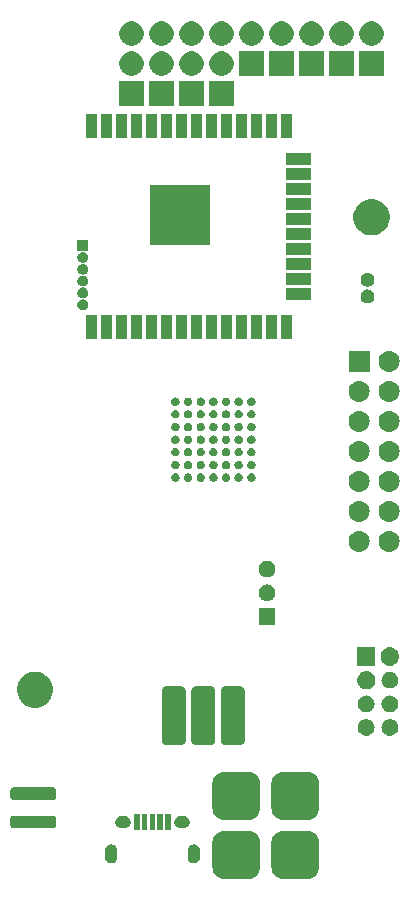
<source format=gbr>
G04 #@! TF.GenerationSoftware,KiCad,Pcbnew,(5.1.2)-1*
G04 #@! TF.CreationDate,2019-07-28T17:54:04+02:00*
G04 #@! TF.ProjectId,qqv11,71717631-312e-46b6-9963-61645f706362,rev?*
G04 #@! TF.SameCoordinates,Original*
G04 #@! TF.FileFunction,Soldermask,Bot*
G04 #@! TF.FilePolarity,Negative*
%FSLAX46Y46*%
G04 Gerber Fmt 4.6, Leading zero omitted, Abs format (unit mm)*
G04 Created by KiCad (PCBNEW (5.1.2)-1) date 2019-07-28 17:54:04*
%MOMM*%
%LPD*%
G04 APERTURE LIST*
%ADD10C,0.100000*%
G04 APERTURE END LIST*
D10*
G36*
X120027067Y-124989332D02*
G01*
X120214165Y-125046087D01*
X120386584Y-125138247D01*
X120537719Y-125262281D01*
X120661753Y-125413416D01*
X120753913Y-125585835D01*
X120810668Y-125772933D01*
X120830000Y-125969214D01*
X120830000Y-128030786D01*
X120810668Y-128227067D01*
X120753913Y-128414165D01*
X120661753Y-128586584D01*
X120537719Y-128737719D01*
X120386584Y-128861753D01*
X120214165Y-128953913D01*
X120027067Y-129010668D01*
X119830786Y-129030000D01*
X117769214Y-129030000D01*
X117572933Y-129010668D01*
X117385835Y-128953913D01*
X117213416Y-128861753D01*
X117062281Y-128737719D01*
X116938247Y-128586584D01*
X116846087Y-128414165D01*
X116789332Y-128227067D01*
X116770000Y-128030786D01*
X116770000Y-125969214D01*
X116789332Y-125772933D01*
X116846087Y-125585835D01*
X116938247Y-125413416D01*
X117062281Y-125262281D01*
X117213416Y-125138247D01*
X117385835Y-125046087D01*
X117572933Y-124989332D01*
X117769214Y-124970000D01*
X119830786Y-124970000D01*
X120027067Y-124989332D01*
X120027067Y-124989332D01*
G37*
G36*
X115027067Y-124989332D02*
G01*
X115214165Y-125046087D01*
X115386584Y-125138247D01*
X115537719Y-125262281D01*
X115661753Y-125413416D01*
X115753913Y-125585835D01*
X115810668Y-125772933D01*
X115830000Y-125969214D01*
X115830000Y-128030786D01*
X115810668Y-128227067D01*
X115753913Y-128414165D01*
X115661753Y-128586584D01*
X115537719Y-128737719D01*
X115386584Y-128861753D01*
X115214165Y-128953913D01*
X115027067Y-129010668D01*
X114830786Y-129030000D01*
X112769214Y-129030000D01*
X112572933Y-129010668D01*
X112385835Y-128953913D01*
X112213416Y-128861753D01*
X112062281Y-128737719D01*
X111938247Y-128586584D01*
X111846087Y-128414165D01*
X111789332Y-128227067D01*
X111770000Y-128030786D01*
X111770000Y-125969214D01*
X111789332Y-125772933D01*
X111846087Y-125585835D01*
X111938247Y-125413416D01*
X112062281Y-125262281D01*
X112213416Y-125138247D01*
X112385835Y-125046087D01*
X112572933Y-124989332D01*
X112769214Y-124970000D01*
X114830786Y-124970000D01*
X115027067Y-124989332D01*
X115027067Y-124989332D01*
G37*
G36*
X110303898Y-126102669D02*
G01*
X110384829Y-126127219D01*
X110403807Y-126132976D01*
X110485915Y-126176864D01*
X110495877Y-126182189D01*
X110576580Y-126248420D01*
X110642811Y-126329123D01*
X110642813Y-126329127D01*
X110692024Y-126421193D01*
X110692025Y-126421197D01*
X110722331Y-126521102D01*
X110730000Y-126598967D01*
X110730000Y-127201033D01*
X110722331Y-127278898D01*
X110697781Y-127359829D01*
X110692024Y-127378807D01*
X110648136Y-127460915D01*
X110642811Y-127470877D01*
X110576580Y-127551580D01*
X110495877Y-127617811D01*
X110495873Y-127617813D01*
X110403806Y-127667024D01*
X110384828Y-127672781D01*
X110303897Y-127697331D01*
X110200000Y-127707564D01*
X110096102Y-127697331D01*
X110015171Y-127672781D01*
X109996193Y-127667024D01*
X109904127Y-127617813D01*
X109904123Y-127617811D01*
X109823420Y-127551580D01*
X109757189Y-127470877D01*
X109751865Y-127460916D01*
X109707976Y-127378806D01*
X109702219Y-127359828D01*
X109677669Y-127278897D01*
X109670000Y-127201032D01*
X109670000Y-126598967D01*
X109677669Y-126521105D01*
X109707976Y-126421196D01*
X109724381Y-126390506D01*
X109757190Y-126329123D01*
X109823421Y-126248420D01*
X109904124Y-126182189D01*
X109914086Y-126176864D01*
X109996194Y-126132976D01*
X110015172Y-126127219D01*
X110096103Y-126102669D01*
X110200000Y-126092436D01*
X110303898Y-126102669D01*
X110303898Y-126102669D01*
G37*
G36*
X103303898Y-126102669D02*
G01*
X103384829Y-126127219D01*
X103403807Y-126132976D01*
X103485915Y-126176864D01*
X103495877Y-126182189D01*
X103576580Y-126248420D01*
X103642811Y-126329123D01*
X103642813Y-126329127D01*
X103692024Y-126421193D01*
X103692025Y-126421197D01*
X103722331Y-126521102D01*
X103730000Y-126598967D01*
X103730000Y-127201033D01*
X103722331Y-127278898D01*
X103697781Y-127359829D01*
X103692024Y-127378807D01*
X103648136Y-127460915D01*
X103642811Y-127470877D01*
X103576580Y-127551580D01*
X103495877Y-127617811D01*
X103495873Y-127617813D01*
X103403806Y-127667024D01*
X103384828Y-127672781D01*
X103303897Y-127697331D01*
X103200000Y-127707564D01*
X103096102Y-127697331D01*
X103015171Y-127672781D01*
X102996193Y-127667024D01*
X102904127Y-127617813D01*
X102904123Y-127617811D01*
X102823420Y-127551580D01*
X102757189Y-127470877D01*
X102751865Y-127460916D01*
X102707976Y-127378806D01*
X102702219Y-127359828D01*
X102677669Y-127278897D01*
X102670000Y-127201032D01*
X102670000Y-126598967D01*
X102677669Y-126521105D01*
X102707976Y-126421196D01*
X102724381Y-126390506D01*
X102757190Y-126329123D01*
X102823421Y-126248420D01*
X102904124Y-126182189D01*
X102914086Y-126176864D01*
X102996194Y-126132976D01*
X103015172Y-126127219D01*
X103096103Y-126102669D01*
X103200000Y-126092436D01*
X103303898Y-126102669D01*
X103303898Y-126102669D01*
G37*
G36*
X107580000Y-124905000D02*
G01*
X107120000Y-124905000D01*
X107120000Y-123495000D01*
X107580000Y-123495000D01*
X107580000Y-124905000D01*
X107580000Y-124905000D01*
G37*
G36*
X106930000Y-124905000D02*
G01*
X106470000Y-124905000D01*
X106470000Y-123495000D01*
X106930000Y-123495000D01*
X106930000Y-124905000D01*
X106930000Y-124905000D01*
G37*
G36*
X106280000Y-124905000D02*
G01*
X105820000Y-124905000D01*
X105820000Y-123495000D01*
X106280000Y-123495000D01*
X106280000Y-124905000D01*
X106280000Y-124905000D01*
G37*
G36*
X105630000Y-124905000D02*
G01*
X105170000Y-124905000D01*
X105170000Y-123495000D01*
X105630000Y-123495000D01*
X105630000Y-124905000D01*
X105630000Y-124905000D01*
G37*
G36*
X108230000Y-124905000D02*
G01*
X107770000Y-124905000D01*
X107770000Y-123495000D01*
X108230000Y-123495000D01*
X108230000Y-124905000D01*
X108230000Y-124905000D01*
G37*
G36*
X98330749Y-123674921D02*
G01*
X98377150Y-123688997D01*
X98419908Y-123711852D01*
X98457389Y-123742611D01*
X98488148Y-123780092D01*
X98511003Y-123822850D01*
X98525079Y-123869251D01*
X98530000Y-123919214D01*
X98530000Y-124480786D01*
X98525079Y-124530749D01*
X98511003Y-124577150D01*
X98488148Y-124619908D01*
X98457389Y-124657389D01*
X98419908Y-124688148D01*
X98377150Y-124711003D01*
X98330749Y-124725079D01*
X98280786Y-124730000D01*
X94919214Y-124730000D01*
X94869251Y-124725079D01*
X94822850Y-124711003D01*
X94780092Y-124688148D01*
X94742611Y-124657389D01*
X94711852Y-124619908D01*
X94688997Y-124577150D01*
X94674921Y-124530749D01*
X94670000Y-124480786D01*
X94670000Y-123919214D01*
X94674921Y-123869251D01*
X94688997Y-123822850D01*
X94711852Y-123780092D01*
X94742611Y-123742611D01*
X94780092Y-123711852D01*
X94822850Y-123688997D01*
X94869251Y-123674921D01*
X94919214Y-123670000D01*
X98280786Y-123670000D01*
X98330749Y-123674921D01*
X98330749Y-123674921D01*
G37*
G36*
X104393353Y-123696827D02*
G01*
X104448997Y-123702307D01*
X104544190Y-123731184D01*
X104613915Y-123768453D01*
X104631924Y-123778079D01*
X104708817Y-123841183D01*
X104771921Y-123918076D01*
X104771923Y-123918080D01*
X104818816Y-124005810D01*
X104847693Y-124101003D01*
X104857443Y-124200000D01*
X104847693Y-124298997D01*
X104818816Y-124394190D01*
X104781547Y-124463915D01*
X104771921Y-124481924D01*
X104708817Y-124558817D01*
X104631924Y-124621921D01*
X104631920Y-124621923D01*
X104544190Y-124668816D01*
X104448997Y-124697693D01*
X104393353Y-124703173D01*
X104374806Y-124705000D01*
X104025194Y-124705000D01*
X104006647Y-124703173D01*
X103951003Y-124697693D01*
X103855810Y-124668816D01*
X103768080Y-124621923D01*
X103768076Y-124621921D01*
X103691183Y-124558817D01*
X103628079Y-124481924D01*
X103618453Y-124463915D01*
X103581184Y-124394190D01*
X103552307Y-124298997D01*
X103542557Y-124200000D01*
X103552307Y-124101003D01*
X103581184Y-124005810D01*
X103628077Y-123918080D01*
X103628079Y-123918076D01*
X103691183Y-123841183D01*
X103768076Y-123778079D01*
X103786085Y-123768453D01*
X103855810Y-123731184D01*
X103951003Y-123702307D01*
X104006647Y-123696827D01*
X104025194Y-123695000D01*
X104374806Y-123695000D01*
X104393353Y-123696827D01*
X104393353Y-123696827D01*
G37*
G36*
X109393353Y-123696827D02*
G01*
X109448997Y-123702307D01*
X109544190Y-123731184D01*
X109613915Y-123768453D01*
X109631924Y-123778079D01*
X109708817Y-123841183D01*
X109771921Y-123918076D01*
X109771923Y-123918080D01*
X109818816Y-124005810D01*
X109847693Y-124101003D01*
X109857443Y-124200000D01*
X109847693Y-124298997D01*
X109818816Y-124394190D01*
X109781547Y-124463915D01*
X109771921Y-124481924D01*
X109708817Y-124558817D01*
X109631924Y-124621921D01*
X109631920Y-124621923D01*
X109544190Y-124668816D01*
X109448997Y-124697693D01*
X109393353Y-124703173D01*
X109374806Y-124705000D01*
X109025194Y-124705000D01*
X109006647Y-124703173D01*
X108951003Y-124697693D01*
X108855810Y-124668816D01*
X108768080Y-124621923D01*
X108768076Y-124621921D01*
X108691183Y-124558817D01*
X108628079Y-124481924D01*
X108618453Y-124463915D01*
X108581184Y-124394190D01*
X108552307Y-124298997D01*
X108542557Y-124200000D01*
X108552307Y-124101003D01*
X108581184Y-124005810D01*
X108628077Y-123918080D01*
X108628079Y-123918076D01*
X108691183Y-123841183D01*
X108768076Y-123778079D01*
X108786085Y-123768453D01*
X108855810Y-123731184D01*
X108951003Y-123702307D01*
X109006647Y-123696827D01*
X109025194Y-123695000D01*
X109374806Y-123695000D01*
X109393353Y-123696827D01*
X109393353Y-123696827D01*
G37*
G36*
X120027067Y-119989332D02*
G01*
X120214165Y-120046087D01*
X120386584Y-120138247D01*
X120537719Y-120262281D01*
X120661753Y-120413416D01*
X120753913Y-120585835D01*
X120810668Y-120772933D01*
X120830000Y-120969214D01*
X120830000Y-123030786D01*
X120810668Y-123227067D01*
X120753913Y-123414165D01*
X120661753Y-123586584D01*
X120537719Y-123737719D01*
X120386584Y-123861753D01*
X120214165Y-123953913D01*
X120027067Y-124010668D01*
X119830786Y-124030000D01*
X117769214Y-124030000D01*
X117572933Y-124010668D01*
X117385835Y-123953913D01*
X117213416Y-123861753D01*
X117062281Y-123737719D01*
X116938247Y-123586584D01*
X116846087Y-123414165D01*
X116789332Y-123227067D01*
X116770000Y-123030786D01*
X116770000Y-120969214D01*
X116789332Y-120772933D01*
X116846087Y-120585835D01*
X116938247Y-120413416D01*
X117062281Y-120262281D01*
X117213416Y-120138247D01*
X117385835Y-120046087D01*
X117572933Y-119989332D01*
X117769214Y-119970000D01*
X119830786Y-119970000D01*
X120027067Y-119989332D01*
X120027067Y-119989332D01*
G37*
G36*
X115027067Y-119989332D02*
G01*
X115214165Y-120046087D01*
X115386584Y-120138247D01*
X115537719Y-120262281D01*
X115661753Y-120413416D01*
X115753913Y-120585835D01*
X115810668Y-120772933D01*
X115830000Y-120969214D01*
X115830000Y-123030786D01*
X115810668Y-123227067D01*
X115753913Y-123414165D01*
X115661753Y-123586584D01*
X115537719Y-123737719D01*
X115386584Y-123861753D01*
X115214165Y-123953913D01*
X115027067Y-124010668D01*
X114830786Y-124030000D01*
X112769214Y-124030000D01*
X112572933Y-124010668D01*
X112385835Y-123953913D01*
X112213416Y-123861753D01*
X112062281Y-123737719D01*
X111938247Y-123586584D01*
X111846087Y-123414165D01*
X111789332Y-123227067D01*
X111770000Y-123030786D01*
X111770000Y-120969214D01*
X111789332Y-120772933D01*
X111846087Y-120585835D01*
X111938247Y-120413416D01*
X112062281Y-120262281D01*
X112213416Y-120138247D01*
X112385835Y-120046087D01*
X112572933Y-119989332D01*
X112769214Y-119970000D01*
X114830786Y-119970000D01*
X115027067Y-119989332D01*
X115027067Y-119989332D01*
G37*
G36*
X98330749Y-121274921D02*
G01*
X98377150Y-121288997D01*
X98419908Y-121311852D01*
X98457389Y-121342611D01*
X98488148Y-121380092D01*
X98511003Y-121422850D01*
X98525079Y-121469251D01*
X98530000Y-121519214D01*
X98530000Y-122080786D01*
X98525079Y-122130749D01*
X98511003Y-122177150D01*
X98488148Y-122219908D01*
X98457389Y-122257389D01*
X98419908Y-122288148D01*
X98377150Y-122311003D01*
X98330749Y-122325079D01*
X98280786Y-122330000D01*
X94919214Y-122330000D01*
X94869251Y-122325079D01*
X94822850Y-122311003D01*
X94780092Y-122288148D01*
X94742611Y-122257389D01*
X94711852Y-122219908D01*
X94688997Y-122177150D01*
X94674921Y-122130749D01*
X94670000Y-122080786D01*
X94670000Y-121519214D01*
X94674921Y-121469251D01*
X94688997Y-121422850D01*
X94711852Y-121380092D01*
X94742611Y-121342611D01*
X94780092Y-121311852D01*
X94822850Y-121288997D01*
X94869251Y-121274921D01*
X94919214Y-121270000D01*
X98280786Y-121270000D01*
X98330749Y-121274921D01*
X98330749Y-121274921D01*
G37*
G36*
X114129521Y-112679725D02*
G01*
X114222824Y-112708027D01*
X114308799Y-112753982D01*
X114384166Y-112815834D01*
X114446018Y-112891201D01*
X114491973Y-112977176D01*
X114520275Y-113070479D01*
X114530000Y-113169215D01*
X114530000Y-117230785D01*
X114520275Y-117329521D01*
X114491973Y-117422824D01*
X114446018Y-117508799D01*
X114384166Y-117584166D01*
X114308799Y-117646018D01*
X114222824Y-117691973D01*
X114129521Y-117720275D01*
X114030785Y-117730000D01*
X112969215Y-117730000D01*
X112870479Y-117720275D01*
X112777176Y-117691973D01*
X112691201Y-117646018D01*
X112615834Y-117584166D01*
X112553982Y-117508799D01*
X112508027Y-117422824D01*
X112479725Y-117329521D01*
X112470000Y-117230785D01*
X112470000Y-113169215D01*
X112479725Y-113070479D01*
X112508027Y-112977176D01*
X112553982Y-112891201D01*
X112615834Y-112815834D01*
X112691201Y-112753982D01*
X112777176Y-112708027D01*
X112870479Y-112679725D01*
X112969215Y-112670000D01*
X114030785Y-112670000D01*
X114129521Y-112679725D01*
X114129521Y-112679725D01*
G37*
G36*
X111629521Y-112679725D02*
G01*
X111722824Y-112708027D01*
X111808799Y-112753982D01*
X111884166Y-112815834D01*
X111946018Y-112891201D01*
X111991973Y-112977176D01*
X112020275Y-113070479D01*
X112030000Y-113169215D01*
X112030000Y-117230785D01*
X112020275Y-117329521D01*
X111991973Y-117422824D01*
X111946018Y-117508799D01*
X111884166Y-117584166D01*
X111808799Y-117646018D01*
X111722824Y-117691973D01*
X111629521Y-117720275D01*
X111530785Y-117730000D01*
X110469215Y-117730000D01*
X110370479Y-117720275D01*
X110277176Y-117691973D01*
X110191201Y-117646018D01*
X110115834Y-117584166D01*
X110053982Y-117508799D01*
X110008027Y-117422824D01*
X109979725Y-117329521D01*
X109970000Y-117230785D01*
X109970000Y-113169215D01*
X109979725Y-113070479D01*
X110008027Y-112977176D01*
X110053982Y-112891201D01*
X110115834Y-112815834D01*
X110191201Y-112753982D01*
X110277176Y-112708027D01*
X110370479Y-112679725D01*
X110469215Y-112670000D01*
X111530785Y-112670000D01*
X111629521Y-112679725D01*
X111629521Y-112679725D01*
G37*
G36*
X109129521Y-112679725D02*
G01*
X109222824Y-112708027D01*
X109308799Y-112753982D01*
X109384166Y-112815834D01*
X109446018Y-112891201D01*
X109491973Y-112977176D01*
X109520275Y-113070479D01*
X109530000Y-113169215D01*
X109530000Y-117230785D01*
X109520275Y-117329521D01*
X109491973Y-117422824D01*
X109446018Y-117508799D01*
X109384166Y-117584166D01*
X109308799Y-117646018D01*
X109222824Y-117691973D01*
X109129521Y-117720275D01*
X109030785Y-117730000D01*
X107969215Y-117730000D01*
X107870479Y-117720275D01*
X107777176Y-117691973D01*
X107691201Y-117646018D01*
X107615834Y-117584166D01*
X107553982Y-117508799D01*
X107508027Y-117422824D01*
X107479725Y-117329521D01*
X107470000Y-117230785D01*
X107470000Y-113169215D01*
X107479725Y-113070479D01*
X107508027Y-112977176D01*
X107553982Y-112891201D01*
X107615834Y-112815834D01*
X107691201Y-112753982D01*
X107777176Y-112708027D01*
X107870479Y-112679725D01*
X107969215Y-112670000D01*
X109030785Y-112670000D01*
X109129521Y-112679725D01*
X109129521Y-112679725D01*
G37*
G36*
X124938204Y-115505201D02*
G01*
X125071097Y-115545514D01*
X125071100Y-115545515D01*
X125193569Y-115610976D01*
X125193570Y-115610977D01*
X125193572Y-115610978D01*
X125300922Y-115699078D01*
X125389024Y-115806431D01*
X125454485Y-115928900D01*
X125454486Y-115928903D01*
X125494799Y-116061796D01*
X125508411Y-116200000D01*
X125494799Y-116338204D01*
X125454486Y-116471097D01*
X125454485Y-116471100D01*
X125389024Y-116593569D01*
X125389022Y-116593572D01*
X125300922Y-116700922D01*
X125193572Y-116789022D01*
X125193570Y-116789023D01*
X125193569Y-116789024D01*
X125071100Y-116854485D01*
X125071097Y-116854486D01*
X124938204Y-116894799D01*
X124834632Y-116905000D01*
X124765368Y-116905000D01*
X124661796Y-116894799D01*
X124528903Y-116854486D01*
X124528900Y-116854485D01*
X124406431Y-116789024D01*
X124406430Y-116789023D01*
X124406428Y-116789022D01*
X124299078Y-116700922D01*
X124210978Y-116593572D01*
X124210976Y-116593569D01*
X124145515Y-116471100D01*
X124145514Y-116471097D01*
X124105201Y-116338204D01*
X124091589Y-116200000D01*
X124105201Y-116061796D01*
X124145514Y-115928903D01*
X124145515Y-115928900D01*
X124210976Y-115806431D01*
X124299078Y-115699078D01*
X124406428Y-115610978D01*
X124406430Y-115610977D01*
X124406431Y-115610976D01*
X124528900Y-115545515D01*
X124528903Y-115545514D01*
X124661796Y-115505201D01*
X124765368Y-115495000D01*
X124834632Y-115495000D01*
X124938204Y-115505201D01*
X124938204Y-115505201D01*
G37*
G36*
X126938204Y-115505201D02*
G01*
X127071097Y-115545514D01*
X127071100Y-115545515D01*
X127193569Y-115610976D01*
X127193570Y-115610977D01*
X127193572Y-115610978D01*
X127300922Y-115699078D01*
X127389024Y-115806431D01*
X127454485Y-115928900D01*
X127454486Y-115928903D01*
X127494799Y-116061796D01*
X127508411Y-116200000D01*
X127494799Y-116338204D01*
X127454486Y-116471097D01*
X127454485Y-116471100D01*
X127389024Y-116593569D01*
X127389022Y-116593572D01*
X127300922Y-116700922D01*
X127193572Y-116789022D01*
X127193570Y-116789023D01*
X127193569Y-116789024D01*
X127071100Y-116854485D01*
X127071097Y-116854486D01*
X126938204Y-116894799D01*
X126834632Y-116905000D01*
X126765368Y-116905000D01*
X126661796Y-116894799D01*
X126528903Y-116854486D01*
X126528900Y-116854485D01*
X126406431Y-116789024D01*
X126406430Y-116789023D01*
X126406428Y-116789022D01*
X126299078Y-116700922D01*
X126210978Y-116593572D01*
X126210976Y-116593569D01*
X126145515Y-116471100D01*
X126145514Y-116471097D01*
X126105201Y-116338204D01*
X126091589Y-116200000D01*
X126105201Y-116061796D01*
X126145514Y-115928903D01*
X126145515Y-115928900D01*
X126210976Y-115806431D01*
X126299078Y-115699078D01*
X126406428Y-115610978D01*
X126406430Y-115610977D01*
X126406431Y-115610976D01*
X126528900Y-115545515D01*
X126528903Y-115545514D01*
X126661796Y-115505201D01*
X126765368Y-115495000D01*
X126834632Y-115495000D01*
X126938204Y-115505201D01*
X126938204Y-115505201D01*
G37*
G36*
X126938204Y-113505201D02*
G01*
X127071097Y-113545514D01*
X127071100Y-113545515D01*
X127193569Y-113610976D01*
X127193570Y-113610977D01*
X127193572Y-113610978D01*
X127300922Y-113699078D01*
X127389024Y-113806431D01*
X127454485Y-113928900D01*
X127454486Y-113928903D01*
X127494799Y-114061796D01*
X127508411Y-114200000D01*
X127494799Y-114338204D01*
X127454486Y-114471097D01*
X127454485Y-114471100D01*
X127423002Y-114530000D01*
X127389022Y-114593572D01*
X127300922Y-114700922D01*
X127193572Y-114789022D01*
X127193570Y-114789023D01*
X127193569Y-114789024D01*
X127071100Y-114854485D01*
X127071097Y-114854486D01*
X126938204Y-114894799D01*
X126834632Y-114905000D01*
X126765368Y-114905000D01*
X126661796Y-114894799D01*
X126528903Y-114854486D01*
X126528900Y-114854485D01*
X126406431Y-114789024D01*
X126406430Y-114789023D01*
X126406428Y-114789022D01*
X126299078Y-114700922D01*
X126210978Y-114593572D01*
X126176998Y-114530000D01*
X126145515Y-114471100D01*
X126145514Y-114471097D01*
X126105201Y-114338204D01*
X126091589Y-114200000D01*
X126105201Y-114061796D01*
X126145514Y-113928903D01*
X126145515Y-113928900D01*
X126210976Y-113806431D01*
X126299078Y-113699078D01*
X126406428Y-113610978D01*
X126406430Y-113610977D01*
X126406431Y-113610976D01*
X126528900Y-113545515D01*
X126528903Y-113545514D01*
X126661796Y-113505201D01*
X126765368Y-113495000D01*
X126834632Y-113495000D01*
X126938204Y-113505201D01*
X126938204Y-113505201D01*
G37*
G36*
X124938204Y-113505201D02*
G01*
X125071097Y-113545514D01*
X125071100Y-113545515D01*
X125193569Y-113610976D01*
X125193570Y-113610977D01*
X125193572Y-113610978D01*
X125300922Y-113699078D01*
X125389024Y-113806431D01*
X125454485Y-113928900D01*
X125454486Y-113928903D01*
X125494799Y-114061796D01*
X125508411Y-114200000D01*
X125494799Y-114338204D01*
X125454486Y-114471097D01*
X125454485Y-114471100D01*
X125423002Y-114530000D01*
X125389022Y-114593572D01*
X125300922Y-114700922D01*
X125193572Y-114789022D01*
X125193570Y-114789023D01*
X125193569Y-114789024D01*
X125071100Y-114854485D01*
X125071097Y-114854486D01*
X124938204Y-114894799D01*
X124834632Y-114905000D01*
X124765368Y-114905000D01*
X124661796Y-114894799D01*
X124528903Y-114854486D01*
X124528900Y-114854485D01*
X124406431Y-114789024D01*
X124406430Y-114789023D01*
X124406428Y-114789022D01*
X124299078Y-114700922D01*
X124210978Y-114593572D01*
X124176998Y-114530000D01*
X124145515Y-114471100D01*
X124145514Y-114471097D01*
X124105201Y-114338204D01*
X124091589Y-114200000D01*
X124105201Y-114061796D01*
X124145514Y-113928903D01*
X124145515Y-113928900D01*
X124210976Y-113806431D01*
X124299078Y-113699078D01*
X124406428Y-113610978D01*
X124406430Y-113610977D01*
X124406431Y-113610976D01*
X124528900Y-113545515D01*
X124528903Y-113545514D01*
X124661796Y-113505201D01*
X124765368Y-113495000D01*
X124834632Y-113495000D01*
X124938204Y-113505201D01*
X124938204Y-113505201D01*
G37*
G36*
X97196285Y-111528797D02*
G01*
X97393174Y-111610351D01*
X97474728Y-111644132D01*
X97556960Y-111699078D01*
X97725318Y-111811571D01*
X97938429Y-112024682D01*
X98038801Y-112174900D01*
X98105868Y-112275272D01*
X98105868Y-112275273D01*
X98221203Y-112553715D01*
X98280000Y-112849308D01*
X98280000Y-113150692D01*
X98221203Y-113446285D01*
X98139649Y-113643174D01*
X98105868Y-113724728D01*
X98051277Y-113806428D01*
X97938429Y-113975318D01*
X97725318Y-114188429D01*
X97575100Y-114288801D01*
X97474728Y-114355868D01*
X97393174Y-114389649D01*
X97196285Y-114471203D01*
X96900692Y-114530000D01*
X96599308Y-114530000D01*
X96303715Y-114471203D01*
X96106826Y-114389649D01*
X96025272Y-114355868D01*
X95924900Y-114288801D01*
X95774682Y-114188429D01*
X95561571Y-113975318D01*
X95448723Y-113806428D01*
X95394132Y-113724728D01*
X95360351Y-113643174D01*
X95278797Y-113446285D01*
X95220000Y-113150692D01*
X95220000Y-112849308D01*
X95278797Y-112553715D01*
X95394132Y-112275273D01*
X95394132Y-112275272D01*
X95461199Y-112174900D01*
X95561571Y-112024682D01*
X95774682Y-111811571D01*
X95943040Y-111699078D01*
X96025272Y-111644132D01*
X96106826Y-111610351D01*
X96303715Y-111528797D01*
X96599308Y-111470000D01*
X96900692Y-111470000D01*
X97196285Y-111528797D01*
X97196285Y-111528797D01*
G37*
G36*
X124952907Y-111431286D02*
G01*
X125099937Y-111475887D01*
X125235442Y-111548316D01*
X125354212Y-111645788D01*
X125451684Y-111764558D01*
X125524113Y-111900063D01*
X125568714Y-112047093D01*
X125583774Y-112200000D01*
X125568714Y-112352907D01*
X125524113Y-112499937D01*
X125451684Y-112635442D01*
X125354212Y-112754212D01*
X125235442Y-112851684D01*
X125099937Y-112924113D01*
X124952907Y-112968714D01*
X124838318Y-112980000D01*
X124761682Y-112980000D01*
X124647093Y-112968714D01*
X124500063Y-112924113D01*
X124364558Y-112851684D01*
X124245788Y-112754212D01*
X124148316Y-112635442D01*
X124075887Y-112499937D01*
X124031286Y-112352907D01*
X124016226Y-112200000D01*
X124031286Y-112047093D01*
X124075887Y-111900063D01*
X124148316Y-111764558D01*
X124245788Y-111645788D01*
X124364558Y-111548316D01*
X124500063Y-111475887D01*
X124647093Y-111431286D01*
X124761682Y-111420000D01*
X124838318Y-111420000D01*
X124952907Y-111431286D01*
X124952907Y-111431286D01*
G37*
G36*
X126938204Y-111505201D02*
G01*
X127071097Y-111545514D01*
X127071100Y-111545515D01*
X127193569Y-111610976D01*
X127193570Y-111610977D01*
X127193572Y-111610978D01*
X127300922Y-111699078D01*
X127354662Y-111764560D01*
X127389024Y-111806431D01*
X127454485Y-111928900D01*
X127454486Y-111928903D01*
X127494799Y-112061796D01*
X127508411Y-112200000D01*
X127494799Y-112338204D01*
X127454486Y-112471097D01*
X127454485Y-112471100D01*
X127410326Y-112553715D01*
X127389022Y-112593572D01*
X127300922Y-112700922D01*
X127193572Y-112789022D01*
X127193570Y-112789023D01*
X127193569Y-112789024D01*
X127071100Y-112854485D01*
X127071097Y-112854486D01*
X126938204Y-112894799D01*
X126834632Y-112905000D01*
X126765368Y-112905000D01*
X126661796Y-112894799D01*
X126528903Y-112854486D01*
X126528900Y-112854485D01*
X126406431Y-112789024D01*
X126406430Y-112789023D01*
X126406428Y-112789022D01*
X126299078Y-112700922D01*
X126210978Y-112593572D01*
X126189674Y-112553715D01*
X126145515Y-112471100D01*
X126145514Y-112471097D01*
X126105201Y-112338204D01*
X126091589Y-112200000D01*
X126105201Y-112061796D01*
X126145514Y-111928903D01*
X126145515Y-111928900D01*
X126210976Y-111806431D01*
X126245339Y-111764560D01*
X126299078Y-111699078D01*
X126406428Y-111610978D01*
X126406430Y-111610977D01*
X126406431Y-111610976D01*
X126528900Y-111545515D01*
X126528903Y-111545514D01*
X126661796Y-111505201D01*
X126765368Y-111495000D01*
X126834632Y-111495000D01*
X126938204Y-111505201D01*
X126938204Y-111505201D01*
G37*
G36*
X125580000Y-110980000D02*
G01*
X124020000Y-110980000D01*
X124020000Y-109420000D01*
X125580000Y-109420000D01*
X125580000Y-110980000D01*
X125580000Y-110980000D01*
G37*
G36*
X126952907Y-109431286D02*
G01*
X127099937Y-109475887D01*
X127235442Y-109548316D01*
X127354212Y-109645788D01*
X127451684Y-109764558D01*
X127524113Y-109900063D01*
X127568714Y-110047093D01*
X127583774Y-110200000D01*
X127568714Y-110352907D01*
X127524113Y-110499937D01*
X127451684Y-110635442D01*
X127354212Y-110754212D01*
X127235442Y-110851684D01*
X127099937Y-110924113D01*
X126952907Y-110968714D01*
X126838318Y-110980000D01*
X126761682Y-110980000D01*
X126647093Y-110968714D01*
X126500063Y-110924113D01*
X126364558Y-110851684D01*
X126245788Y-110754212D01*
X126148316Y-110635442D01*
X126075887Y-110499937D01*
X126031286Y-110352907D01*
X126016226Y-110200000D01*
X126031286Y-110047093D01*
X126075887Y-109900063D01*
X126148316Y-109764558D01*
X126245788Y-109645788D01*
X126364558Y-109548316D01*
X126500063Y-109475887D01*
X126647093Y-109431286D01*
X126761682Y-109420000D01*
X126838318Y-109420000D01*
X126952907Y-109431286D01*
X126952907Y-109431286D01*
G37*
G36*
X117105000Y-107505000D02*
G01*
X115695000Y-107505000D01*
X115695000Y-106095000D01*
X117105000Y-106095000D01*
X117105000Y-107505000D01*
X117105000Y-107505000D01*
G37*
G36*
X116538204Y-104105201D02*
G01*
X116671097Y-104145514D01*
X116671100Y-104145515D01*
X116793569Y-104210976D01*
X116793570Y-104210977D01*
X116793572Y-104210978D01*
X116900922Y-104299078D01*
X116989024Y-104406431D01*
X117054485Y-104528900D01*
X117054486Y-104528903D01*
X117094799Y-104661796D01*
X117108411Y-104800000D01*
X117094799Y-104938204D01*
X117054486Y-105071097D01*
X117054485Y-105071100D01*
X116989024Y-105193569D01*
X116989022Y-105193572D01*
X116900922Y-105300922D01*
X116793572Y-105389022D01*
X116793570Y-105389023D01*
X116793569Y-105389024D01*
X116671100Y-105454485D01*
X116671097Y-105454486D01*
X116538204Y-105494799D01*
X116434632Y-105505000D01*
X116365368Y-105505000D01*
X116261796Y-105494799D01*
X116128903Y-105454486D01*
X116128900Y-105454485D01*
X116006431Y-105389024D01*
X116006430Y-105389023D01*
X116006428Y-105389022D01*
X115899078Y-105300922D01*
X115810978Y-105193572D01*
X115810976Y-105193569D01*
X115745515Y-105071100D01*
X115745514Y-105071097D01*
X115705201Y-104938204D01*
X115691589Y-104800000D01*
X115705201Y-104661796D01*
X115745514Y-104528903D01*
X115745515Y-104528900D01*
X115810976Y-104406431D01*
X115899078Y-104299078D01*
X116006428Y-104210978D01*
X116006430Y-104210977D01*
X116006431Y-104210976D01*
X116128900Y-104145515D01*
X116128903Y-104145514D01*
X116261796Y-104105201D01*
X116365368Y-104095000D01*
X116434632Y-104095000D01*
X116538204Y-104105201D01*
X116538204Y-104105201D01*
G37*
G36*
X116538204Y-102105201D02*
G01*
X116671097Y-102145514D01*
X116671100Y-102145515D01*
X116793569Y-102210976D01*
X116793570Y-102210977D01*
X116793572Y-102210978D01*
X116900922Y-102299078D01*
X116989024Y-102406431D01*
X117054485Y-102528900D01*
X117054486Y-102528903D01*
X117094799Y-102661796D01*
X117108411Y-102800000D01*
X117094799Y-102938204D01*
X117054486Y-103071097D01*
X117054485Y-103071100D01*
X116989024Y-103193569D01*
X116989022Y-103193572D01*
X116900922Y-103300922D01*
X116793572Y-103389022D01*
X116793570Y-103389023D01*
X116793569Y-103389024D01*
X116671100Y-103454485D01*
X116671097Y-103454486D01*
X116538204Y-103494799D01*
X116434632Y-103505000D01*
X116365368Y-103505000D01*
X116261796Y-103494799D01*
X116128903Y-103454486D01*
X116128900Y-103454485D01*
X116006431Y-103389024D01*
X116006430Y-103389023D01*
X116006428Y-103389022D01*
X115899078Y-103300922D01*
X115810978Y-103193572D01*
X115810976Y-103193569D01*
X115745515Y-103071100D01*
X115745514Y-103071097D01*
X115705201Y-102938204D01*
X115691589Y-102800000D01*
X115705201Y-102661796D01*
X115745514Y-102528903D01*
X115745515Y-102528900D01*
X115810976Y-102406431D01*
X115899078Y-102299078D01*
X116006428Y-102210978D01*
X116006430Y-102210977D01*
X116006431Y-102210976D01*
X116128900Y-102145515D01*
X116128903Y-102145514D01*
X116261796Y-102105201D01*
X116365368Y-102095000D01*
X116434632Y-102095000D01*
X116538204Y-102105201D01*
X116538204Y-102105201D01*
G37*
G36*
X126912507Y-99572733D02*
G01*
X127078394Y-99623053D01*
X127231268Y-99704766D01*
X127365265Y-99814735D01*
X127475234Y-99948732D01*
X127556947Y-100101606D01*
X127607267Y-100267493D01*
X127624258Y-100440000D01*
X127607267Y-100612507D01*
X127556947Y-100778394D01*
X127475234Y-100931268D01*
X127365265Y-101065265D01*
X127231268Y-101175234D01*
X127078394Y-101256947D01*
X126912507Y-101307267D01*
X126783232Y-101320000D01*
X126696768Y-101320000D01*
X126567493Y-101307267D01*
X126401606Y-101256947D01*
X126248732Y-101175234D01*
X126114735Y-101065265D01*
X126004766Y-100931268D01*
X125923053Y-100778394D01*
X125872733Y-100612507D01*
X125855742Y-100440000D01*
X125872733Y-100267493D01*
X125923053Y-100101606D01*
X126004766Y-99948732D01*
X126114735Y-99814735D01*
X126248732Y-99704766D01*
X126401606Y-99623053D01*
X126567493Y-99572733D01*
X126696768Y-99560000D01*
X126783232Y-99560000D01*
X126912507Y-99572733D01*
X126912507Y-99572733D01*
G37*
G36*
X124372507Y-99572733D02*
G01*
X124538394Y-99623053D01*
X124691268Y-99704766D01*
X124825265Y-99814735D01*
X124935234Y-99948732D01*
X125016947Y-100101606D01*
X125067267Y-100267493D01*
X125084258Y-100440000D01*
X125067267Y-100612507D01*
X125016947Y-100778394D01*
X124935234Y-100931268D01*
X124825265Y-101065265D01*
X124691268Y-101175234D01*
X124538394Y-101256947D01*
X124372507Y-101307267D01*
X124243232Y-101320000D01*
X124156768Y-101320000D01*
X124027493Y-101307267D01*
X123861606Y-101256947D01*
X123708732Y-101175234D01*
X123574735Y-101065265D01*
X123464766Y-100931268D01*
X123383053Y-100778394D01*
X123332733Y-100612507D01*
X123315742Y-100440000D01*
X123332733Y-100267493D01*
X123383053Y-100101606D01*
X123464766Y-99948732D01*
X123574735Y-99814735D01*
X123708732Y-99704766D01*
X123861606Y-99623053D01*
X124027493Y-99572733D01*
X124156768Y-99560000D01*
X124243232Y-99560000D01*
X124372507Y-99572733D01*
X124372507Y-99572733D01*
G37*
G36*
X126912507Y-97032733D02*
G01*
X127078394Y-97083053D01*
X127231268Y-97164766D01*
X127365265Y-97274735D01*
X127475234Y-97408732D01*
X127556947Y-97561606D01*
X127607267Y-97727493D01*
X127624258Y-97900000D01*
X127607267Y-98072507D01*
X127556947Y-98238394D01*
X127475234Y-98391268D01*
X127365265Y-98525265D01*
X127231268Y-98635234D01*
X127078394Y-98716947D01*
X126912507Y-98767267D01*
X126783232Y-98780000D01*
X126696768Y-98780000D01*
X126567493Y-98767267D01*
X126401606Y-98716947D01*
X126248732Y-98635234D01*
X126114735Y-98525265D01*
X126004766Y-98391268D01*
X125923053Y-98238394D01*
X125872733Y-98072507D01*
X125855742Y-97900000D01*
X125872733Y-97727493D01*
X125923053Y-97561606D01*
X126004766Y-97408732D01*
X126114735Y-97274735D01*
X126248732Y-97164766D01*
X126401606Y-97083053D01*
X126567493Y-97032733D01*
X126696768Y-97020000D01*
X126783232Y-97020000D01*
X126912507Y-97032733D01*
X126912507Y-97032733D01*
G37*
G36*
X124372507Y-97032733D02*
G01*
X124538394Y-97083053D01*
X124691268Y-97164766D01*
X124825265Y-97274735D01*
X124935234Y-97408732D01*
X125016947Y-97561606D01*
X125067267Y-97727493D01*
X125084258Y-97900000D01*
X125067267Y-98072507D01*
X125016947Y-98238394D01*
X124935234Y-98391268D01*
X124825265Y-98525265D01*
X124691268Y-98635234D01*
X124538394Y-98716947D01*
X124372507Y-98767267D01*
X124243232Y-98780000D01*
X124156768Y-98780000D01*
X124027493Y-98767267D01*
X123861606Y-98716947D01*
X123708732Y-98635234D01*
X123574735Y-98525265D01*
X123464766Y-98391268D01*
X123383053Y-98238394D01*
X123332733Y-98072507D01*
X123315742Y-97900000D01*
X123332733Y-97727493D01*
X123383053Y-97561606D01*
X123464766Y-97408732D01*
X123574735Y-97274735D01*
X123708732Y-97164766D01*
X123861606Y-97083053D01*
X124027493Y-97032733D01*
X124156768Y-97020000D01*
X124243232Y-97020000D01*
X124372507Y-97032733D01*
X124372507Y-97032733D01*
G37*
G36*
X124372507Y-94492733D02*
G01*
X124538394Y-94543053D01*
X124691268Y-94624766D01*
X124825265Y-94734735D01*
X124935234Y-94868732D01*
X125016947Y-95021606D01*
X125067267Y-95187493D01*
X125084258Y-95360000D01*
X125067267Y-95532507D01*
X125016947Y-95698394D01*
X124935234Y-95851268D01*
X124825265Y-95985265D01*
X124691268Y-96095234D01*
X124538394Y-96176947D01*
X124372507Y-96227267D01*
X124243232Y-96240000D01*
X124156768Y-96240000D01*
X124027493Y-96227267D01*
X123861606Y-96176947D01*
X123708732Y-96095234D01*
X123574735Y-95985265D01*
X123464766Y-95851268D01*
X123383053Y-95698394D01*
X123332733Y-95532507D01*
X123315742Y-95360000D01*
X123332733Y-95187493D01*
X123383053Y-95021606D01*
X123464766Y-94868732D01*
X123574735Y-94734735D01*
X123708732Y-94624766D01*
X123861606Y-94543053D01*
X124027493Y-94492733D01*
X124156768Y-94480000D01*
X124243232Y-94480000D01*
X124372507Y-94492733D01*
X124372507Y-94492733D01*
G37*
G36*
X126912507Y-94492733D02*
G01*
X127078394Y-94543053D01*
X127231268Y-94624766D01*
X127365265Y-94734735D01*
X127475234Y-94868732D01*
X127556947Y-95021606D01*
X127607267Y-95187493D01*
X127624258Y-95360000D01*
X127607267Y-95532507D01*
X127556947Y-95698394D01*
X127475234Y-95851268D01*
X127365265Y-95985265D01*
X127231268Y-96095234D01*
X127078394Y-96176947D01*
X126912507Y-96227267D01*
X126783232Y-96240000D01*
X126696768Y-96240000D01*
X126567493Y-96227267D01*
X126401606Y-96176947D01*
X126248732Y-96095234D01*
X126114735Y-95985265D01*
X126004766Y-95851268D01*
X125923053Y-95698394D01*
X125872733Y-95532507D01*
X125855742Y-95360000D01*
X125872733Y-95187493D01*
X125923053Y-95021606D01*
X126004766Y-94868732D01*
X126114735Y-94734735D01*
X126248732Y-94624766D01*
X126401606Y-94543053D01*
X126567493Y-94492733D01*
X126696768Y-94480000D01*
X126783232Y-94480000D01*
X126912507Y-94492733D01*
X126912507Y-94492733D01*
G37*
G36*
X113032121Y-94701499D02*
G01*
X113096727Y-94728260D01*
X113154871Y-94767110D01*
X113204318Y-94816557D01*
X113243168Y-94874701D01*
X113269929Y-94939307D01*
X113283571Y-95007893D01*
X113283571Y-95077821D01*
X113269929Y-95146407D01*
X113243168Y-95211013D01*
X113204318Y-95269157D01*
X113154871Y-95318604D01*
X113096727Y-95357454D01*
X113096726Y-95357455D01*
X113096725Y-95357455D01*
X113082090Y-95363517D01*
X113032121Y-95384215D01*
X112963535Y-95397857D01*
X112893607Y-95397857D01*
X112825021Y-95384215D01*
X112775052Y-95363517D01*
X112760417Y-95357455D01*
X112760416Y-95357455D01*
X112760415Y-95357454D01*
X112702271Y-95318604D01*
X112652824Y-95269157D01*
X112613974Y-95211013D01*
X112587213Y-95146407D01*
X112573571Y-95077821D01*
X112573571Y-95007893D01*
X112587213Y-94939307D01*
X112613974Y-94874701D01*
X112652824Y-94816557D01*
X112702271Y-94767110D01*
X112760415Y-94728260D01*
X112825021Y-94701499D01*
X112893607Y-94687857D01*
X112963535Y-94687857D01*
X113032121Y-94701499D01*
X113032121Y-94701499D01*
G37*
G36*
X108746408Y-94701499D02*
G01*
X108811014Y-94728260D01*
X108869158Y-94767110D01*
X108918605Y-94816557D01*
X108957455Y-94874701D01*
X108984216Y-94939307D01*
X108997858Y-95007893D01*
X108997858Y-95077821D01*
X108984216Y-95146407D01*
X108957455Y-95211013D01*
X108918605Y-95269157D01*
X108869158Y-95318604D01*
X108811014Y-95357454D01*
X108811013Y-95357455D01*
X108811012Y-95357455D01*
X108796377Y-95363517D01*
X108746408Y-95384215D01*
X108677822Y-95397857D01*
X108607894Y-95397857D01*
X108539308Y-95384215D01*
X108489339Y-95363517D01*
X108474704Y-95357455D01*
X108474703Y-95357455D01*
X108474702Y-95357454D01*
X108416558Y-95318604D01*
X108367111Y-95269157D01*
X108328261Y-95211013D01*
X108301500Y-95146407D01*
X108287858Y-95077821D01*
X108287858Y-95007893D01*
X108301500Y-94939307D01*
X108328261Y-94874701D01*
X108367111Y-94816557D01*
X108416558Y-94767110D01*
X108474702Y-94728260D01*
X108539308Y-94701499D01*
X108607894Y-94687857D01*
X108677822Y-94687857D01*
X108746408Y-94701499D01*
X108746408Y-94701499D01*
G37*
G36*
X109817836Y-94701499D02*
G01*
X109882442Y-94728260D01*
X109940586Y-94767110D01*
X109990033Y-94816557D01*
X110028883Y-94874701D01*
X110055644Y-94939307D01*
X110069286Y-95007893D01*
X110069286Y-95077821D01*
X110055644Y-95146407D01*
X110028883Y-95211013D01*
X109990033Y-95269157D01*
X109940586Y-95318604D01*
X109882442Y-95357454D01*
X109882441Y-95357455D01*
X109882440Y-95357455D01*
X109867805Y-95363517D01*
X109817836Y-95384215D01*
X109749250Y-95397857D01*
X109679322Y-95397857D01*
X109610736Y-95384215D01*
X109560767Y-95363517D01*
X109546132Y-95357455D01*
X109546131Y-95357455D01*
X109546130Y-95357454D01*
X109487986Y-95318604D01*
X109438539Y-95269157D01*
X109399689Y-95211013D01*
X109372928Y-95146407D01*
X109359286Y-95077821D01*
X109359286Y-95007893D01*
X109372928Y-94939307D01*
X109399689Y-94874701D01*
X109438539Y-94816557D01*
X109487986Y-94767110D01*
X109546130Y-94728260D01*
X109610736Y-94701499D01*
X109679322Y-94687857D01*
X109749250Y-94687857D01*
X109817836Y-94701499D01*
X109817836Y-94701499D01*
G37*
G36*
X110889265Y-94701499D02*
G01*
X110953871Y-94728260D01*
X111012015Y-94767110D01*
X111061462Y-94816557D01*
X111100312Y-94874701D01*
X111127073Y-94939307D01*
X111140715Y-95007893D01*
X111140715Y-95077821D01*
X111127073Y-95146407D01*
X111100312Y-95211013D01*
X111061462Y-95269157D01*
X111012015Y-95318604D01*
X110953871Y-95357454D01*
X110953870Y-95357455D01*
X110953869Y-95357455D01*
X110939234Y-95363517D01*
X110889265Y-95384215D01*
X110820679Y-95397857D01*
X110750751Y-95397857D01*
X110682165Y-95384215D01*
X110632196Y-95363517D01*
X110617561Y-95357455D01*
X110617560Y-95357455D01*
X110617559Y-95357454D01*
X110559415Y-95318604D01*
X110509968Y-95269157D01*
X110471118Y-95211013D01*
X110444357Y-95146407D01*
X110430715Y-95077821D01*
X110430715Y-95007893D01*
X110444357Y-94939307D01*
X110471118Y-94874701D01*
X110509968Y-94816557D01*
X110559415Y-94767110D01*
X110617559Y-94728260D01*
X110682165Y-94701499D01*
X110750751Y-94687857D01*
X110820679Y-94687857D01*
X110889265Y-94701499D01*
X110889265Y-94701499D01*
G37*
G36*
X114103550Y-94701499D02*
G01*
X114168156Y-94728260D01*
X114226300Y-94767110D01*
X114275747Y-94816557D01*
X114314597Y-94874701D01*
X114341358Y-94939307D01*
X114355000Y-95007893D01*
X114355000Y-95077821D01*
X114341358Y-95146407D01*
X114314597Y-95211013D01*
X114275747Y-95269157D01*
X114226300Y-95318604D01*
X114168156Y-95357454D01*
X114168155Y-95357455D01*
X114168154Y-95357455D01*
X114153519Y-95363517D01*
X114103550Y-95384215D01*
X114034964Y-95397857D01*
X113965036Y-95397857D01*
X113896450Y-95384215D01*
X113846481Y-95363517D01*
X113831846Y-95357455D01*
X113831845Y-95357455D01*
X113831844Y-95357454D01*
X113773700Y-95318604D01*
X113724253Y-95269157D01*
X113685403Y-95211013D01*
X113658642Y-95146407D01*
X113645000Y-95077821D01*
X113645000Y-95007893D01*
X113658642Y-94939307D01*
X113685403Y-94874701D01*
X113724253Y-94816557D01*
X113773700Y-94767110D01*
X113831844Y-94728260D01*
X113896450Y-94701499D01*
X113965036Y-94687857D01*
X114034964Y-94687857D01*
X114103550Y-94701499D01*
X114103550Y-94701499D01*
G37*
G36*
X115174978Y-94701499D02*
G01*
X115239584Y-94728260D01*
X115297728Y-94767110D01*
X115347175Y-94816557D01*
X115386025Y-94874701D01*
X115412786Y-94939307D01*
X115426428Y-95007893D01*
X115426428Y-95077821D01*
X115412786Y-95146407D01*
X115386025Y-95211013D01*
X115347175Y-95269157D01*
X115297728Y-95318604D01*
X115239584Y-95357454D01*
X115239583Y-95357455D01*
X115239582Y-95357455D01*
X115224947Y-95363517D01*
X115174978Y-95384215D01*
X115106392Y-95397857D01*
X115036464Y-95397857D01*
X114967878Y-95384215D01*
X114917909Y-95363517D01*
X114903274Y-95357455D01*
X114903273Y-95357455D01*
X114903272Y-95357454D01*
X114845128Y-95318604D01*
X114795681Y-95269157D01*
X114756831Y-95211013D01*
X114730070Y-95146407D01*
X114716428Y-95077821D01*
X114716428Y-95007893D01*
X114730070Y-94939307D01*
X114756831Y-94874701D01*
X114795681Y-94816557D01*
X114845128Y-94767110D01*
X114903272Y-94728260D01*
X114967878Y-94701499D01*
X115036464Y-94687857D01*
X115106392Y-94687857D01*
X115174978Y-94701499D01*
X115174978Y-94701499D01*
G37*
G36*
X111960693Y-94701499D02*
G01*
X112025299Y-94728260D01*
X112083443Y-94767110D01*
X112132890Y-94816557D01*
X112171740Y-94874701D01*
X112198501Y-94939307D01*
X112212143Y-95007893D01*
X112212143Y-95077821D01*
X112198501Y-95146407D01*
X112171740Y-95211013D01*
X112132890Y-95269157D01*
X112083443Y-95318604D01*
X112025299Y-95357454D01*
X112025298Y-95357455D01*
X112025297Y-95357455D01*
X112010662Y-95363517D01*
X111960693Y-95384215D01*
X111892107Y-95397857D01*
X111822179Y-95397857D01*
X111753593Y-95384215D01*
X111703624Y-95363517D01*
X111688989Y-95357455D01*
X111688988Y-95357455D01*
X111688987Y-95357454D01*
X111630843Y-95318604D01*
X111581396Y-95269157D01*
X111542546Y-95211013D01*
X111515785Y-95146407D01*
X111502143Y-95077821D01*
X111502143Y-95007893D01*
X111515785Y-94939307D01*
X111542546Y-94874701D01*
X111581396Y-94816557D01*
X111630843Y-94767110D01*
X111688987Y-94728260D01*
X111753593Y-94701499D01*
X111822179Y-94687857D01*
X111892107Y-94687857D01*
X111960693Y-94701499D01*
X111960693Y-94701499D01*
G37*
G36*
X109817836Y-93630071D02*
G01*
X109882442Y-93656832D01*
X109940586Y-93695682D01*
X109990033Y-93745129D01*
X110028883Y-93803273D01*
X110055644Y-93867879D01*
X110069286Y-93936465D01*
X110069286Y-94006393D01*
X110055644Y-94074979D01*
X110028883Y-94139585D01*
X109990033Y-94197729D01*
X109940586Y-94247176D01*
X109882442Y-94286026D01*
X109817836Y-94312787D01*
X109749250Y-94326429D01*
X109679322Y-94326429D01*
X109610736Y-94312787D01*
X109546130Y-94286026D01*
X109487986Y-94247176D01*
X109438539Y-94197729D01*
X109399689Y-94139585D01*
X109372928Y-94074979D01*
X109359286Y-94006393D01*
X109359286Y-93936465D01*
X109372928Y-93867879D01*
X109399689Y-93803273D01*
X109438539Y-93745129D01*
X109487986Y-93695682D01*
X109546130Y-93656832D01*
X109610736Y-93630071D01*
X109679322Y-93616429D01*
X109749250Y-93616429D01*
X109817836Y-93630071D01*
X109817836Y-93630071D01*
G37*
G36*
X108746408Y-93630071D02*
G01*
X108811014Y-93656832D01*
X108869158Y-93695682D01*
X108918605Y-93745129D01*
X108957455Y-93803273D01*
X108984216Y-93867879D01*
X108997858Y-93936465D01*
X108997858Y-94006393D01*
X108984216Y-94074979D01*
X108957455Y-94139585D01*
X108918605Y-94197729D01*
X108869158Y-94247176D01*
X108811014Y-94286026D01*
X108746408Y-94312787D01*
X108677822Y-94326429D01*
X108607894Y-94326429D01*
X108539308Y-94312787D01*
X108474702Y-94286026D01*
X108416558Y-94247176D01*
X108367111Y-94197729D01*
X108328261Y-94139585D01*
X108301500Y-94074979D01*
X108287858Y-94006393D01*
X108287858Y-93936465D01*
X108301500Y-93867879D01*
X108328261Y-93803273D01*
X108367111Y-93745129D01*
X108416558Y-93695682D01*
X108474702Y-93656832D01*
X108539308Y-93630071D01*
X108607894Y-93616429D01*
X108677822Y-93616429D01*
X108746408Y-93630071D01*
X108746408Y-93630071D01*
G37*
G36*
X110889265Y-93630071D02*
G01*
X110953871Y-93656832D01*
X111012015Y-93695682D01*
X111061462Y-93745129D01*
X111100312Y-93803273D01*
X111127073Y-93867879D01*
X111140715Y-93936465D01*
X111140715Y-94006393D01*
X111127073Y-94074979D01*
X111100312Y-94139585D01*
X111061462Y-94197729D01*
X111012015Y-94247176D01*
X110953871Y-94286026D01*
X110889265Y-94312787D01*
X110820679Y-94326429D01*
X110750751Y-94326429D01*
X110682165Y-94312787D01*
X110617559Y-94286026D01*
X110559415Y-94247176D01*
X110509968Y-94197729D01*
X110471118Y-94139585D01*
X110444357Y-94074979D01*
X110430715Y-94006393D01*
X110430715Y-93936465D01*
X110444357Y-93867879D01*
X110471118Y-93803273D01*
X110509968Y-93745129D01*
X110559415Y-93695682D01*
X110617559Y-93656832D01*
X110682165Y-93630071D01*
X110750751Y-93616429D01*
X110820679Y-93616429D01*
X110889265Y-93630071D01*
X110889265Y-93630071D01*
G37*
G36*
X111960693Y-93630071D02*
G01*
X112025299Y-93656832D01*
X112083443Y-93695682D01*
X112132890Y-93745129D01*
X112171740Y-93803273D01*
X112198501Y-93867879D01*
X112212143Y-93936465D01*
X112212143Y-94006393D01*
X112198501Y-94074979D01*
X112171740Y-94139585D01*
X112132890Y-94197729D01*
X112083443Y-94247176D01*
X112025299Y-94286026D01*
X111960693Y-94312787D01*
X111892107Y-94326429D01*
X111822179Y-94326429D01*
X111753593Y-94312787D01*
X111688987Y-94286026D01*
X111630843Y-94247176D01*
X111581396Y-94197729D01*
X111542546Y-94139585D01*
X111515785Y-94074979D01*
X111502143Y-94006393D01*
X111502143Y-93936465D01*
X111515785Y-93867879D01*
X111542546Y-93803273D01*
X111581396Y-93745129D01*
X111630843Y-93695682D01*
X111688987Y-93656832D01*
X111753593Y-93630071D01*
X111822179Y-93616429D01*
X111892107Y-93616429D01*
X111960693Y-93630071D01*
X111960693Y-93630071D01*
G37*
G36*
X113032121Y-93630071D02*
G01*
X113096727Y-93656832D01*
X113154871Y-93695682D01*
X113204318Y-93745129D01*
X113243168Y-93803273D01*
X113269929Y-93867879D01*
X113283571Y-93936465D01*
X113283571Y-94006393D01*
X113269929Y-94074979D01*
X113243168Y-94139585D01*
X113204318Y-94197729D01*
X113154871Y-94247176D01*
X113096727Y-94286026D01*
X113032121Y-94312787D01*
X112963535Y-94326429D01*
X112893607Y-94326429D01*
X112825021Y-94312787D01*
X112760415Y-94286026D01*
X112702271Y-94247176D01*
X112652824Y-94197729D01*
X112613974Y-94139585D01*
X112587213Y-94074979D01*
X112573571Y-94006393D01*
X112573571Y-93936465D01*
X112587213Y-93867879D01*
X112613974Y-93803273D01*
X112652824Y-93745129D01*
X112702271Y-93695682D01*
X112760415Y-93656832D01*
X112825021Y-93630071D01*
X112893607Y-93616429D01*
X112963535Y-93616429D01*
X113032121Y-93630071D01*
X113032121Y-93630071D01*
G37*
G36*
X114103550Y-93630071D02*
G01*
X114168156Y-93656832D01*
X114226300Y-93695682D01*
X114275747Y-93745129D01*
X114314597Y-93803273D01*
X114341358Y-93867879D01*
X114355000Y-93936465D01*
X114355000Y-94006393D01*
X114341358Y-94074979D01*
X114314597Y-94139585D01*
X114275747Y-94197729D01*
X114226300Y-94247176D01*
X114168156Y-94286026D01*
X114103550Y-94312787D01*
X114034964Y-94326429D01*
X113965036Y-94326429D01*
X113896450Y-94312787D01*
X113831844Y-94286026D01*
X113773700Y-94247176D01*
X113724253Y-94197729D01*
X113685403Y-94139585D01*
X113658642Y-94074979D01*
X113645000Y-94006393D01*
X113645000Y-93936465D01*
X113658642Y-93867879D01*
X113685403Y-93803273D01*
X113724253Y-93745129D01*
X113773700Y-93695682D01*
X113831844Y-93656832D01*
X113896450Y-93630071D01*
X113965036Y-93616429D01*
X114034964Y-93616429D01*
X114103550Y-93630071D01*
X114103550Y-93630071D01*
G37*
G36*
X115174978Y-93630071D02*
G01*
X115239584Y-93656832D01*
X115297728Y-93695682D01*
X115347175Y-93745129D01*
X115386025Y-93803273D01*
X115412786Y-93867879D01*
X115426428Y-93936465D01*
X115426428Y-94006393D01*
X115412786Y-94074979D01*
X115386025Y-94139585D01*
X115347175Y-94197729D01*
X115297728Y-94247176D01*
X115239584Y-94286026D01*
X115174978Y-94312787D01*
X115106392Y-94326429D01*
X115036464Y-94326429D01*
X114967878Y-94312787D01*
X114903272Y-94286026D01*
X114845128Y-94247176D01*
X114795681Y-94197729D01*
X114756831Y-94139585D01*
X114730070Y-94074979D01*
X114716428Y-94006393D01*
X114716428Y-93936465D01*
X114730070Y-93867879D01*
X114756831Y-93803273D01*
X114795681Y-93745129D01*
X114845128Y-93695682D01*
X114903272Y-93656832D01*
X114967878Y-93630071D01*
X115036464Y-93616429D01*
X115106392Y-93616429D01*
X115174978Y-93630071D01*
X115174978Y-93630071D01*
G37*
G36*
X124372507Y-91952733D02*
G01*
X124538394Y-92003053D01*
X124691268Y-92084766D01*
X124825265Y-92194735D01*
X124935234Y-92328732D01*
X125016947Y-92481606D01*
X125067267Y-92647493D01*
X125084258Y-92820000D01*
X125067267Y-92992507D01*
X125016947Y-93158394D01*
X124935234Y-93311268D01*
X124825265Y-93445265D01*
X124691268Y-93555234D01*
X124538394Y-93636947D01*
X124372507Y-93687267D01*
X124243232Y-93700000D01*
X124156768Y-93700000D01*
X124027493Y-93687267D01*
X123861606Y-93636947D01*
X123708732Y-93555234D01*
X123574735Y-93445265D01*
X123464766Y-93311268D01*
X123383053Y-93158394D01*
X123332733Y-92992507D01*
X123315742Y-92820000D01*
X123332733Y-92647493D01*
X123383053Y-92481606D01*
X123464766Y-92328732D01*
X123574735Y-92194735D01*
X123708732Y-92084766D01*
X123861606Y-92003053D01*
X124027493Y-91952733D01*
X124156768Y-91940000D01*
X124243232Y-91940000D01*
X124372507Y-91952733D01*
X124372507Y-91952733D01*
G37*
G36*
X126912507Y-91952733D02*
G01*
X127078394Y-92003053D01*
X127231268Y-92084766D01*
X127365265Y-92194735D01*
X127475234Y-92328732D01*
X127556947Y-92481606D01*
X127607267Y-92647493D01*
X127624258Y-92820000D01*
X127607267Y-92992507D01*
X127556947Y-93158394D01*
X127475234Y-93311268D01*
X127365265Y-93445265D01*
X127231268Y-93555234D01*
X127078394Y-93636947D01*
X126912507Y-93687267D01*
X126783232Y-93700000D01*
X126696768Y-93700000D01*
X126567493Y-93687267D01*
X126401606Y-93636947D01*
X126248732Y-93555234D01*
X126114735Y-93445265D01*
X126004766Y-93311268D01*
X125923053Y-93158394D01*
X125872733Y-92992507D01*
X125855742Y-92820000D01*
X125872733Y-92647493D01*
X125923053Y-92481606D01*
X126004766Y-92328732D01*
X126114735Y-92194735D01*
X126248732Y-92084766D01*
X126401606Y-92003053D01*
X126567493Y-91952733D01*
X126696768Y-91940000D01*
X126783232Y-91940000D01*
X126912507Y-91952733D01*
X126912507Y-91952733D01*
G37*
G36*
X109817836Y-92558642D02*
G01*
X109882442Y-92585403D01*
X109940586Y-92624253D01*
X109990033Y-92673700D01*
X110028883Y-92731844D01*
X110055644Y-92796450D01*
X110069286Y-92865036D01*
X110069286Y-92934964D01*
X110055644Y-93003550D01*
X110028883Y-93068156D01*
X109990033Y-93126300D01*
X109940586Y-93175747D01*
X109882442Y-93214597D01*
X109817836Y-93241358D01*
X109749250Y-93255000D01*
X109679322Y-93255000D01*
X109610736Y-93241358D01*
X109546130Y-93214597D01*
X109487986Y-93175747D01*
X109438539Y-93126300D01*
X109399689Y-93068156D01*
X109372928Y-93003550D01*
X109359286Y-92934964D01*
X109359286Y-92865036D01*
X109372928Y-92796450D01*
X109399689Y-92731844D01*
X109438539Y-92673700D01*
X109487986Y-92624253D01*
X109546130Y-92585403D01*
X109610736Y-92558642D01*
X109679322Y-92545000D01*
X109749250Y-92545000D01*
X109817836Y-92558642D01*
X109817836Y-92558642D01*
G37*
G36*
X113032121Y-92558642D02*
G01*
X113096727Y-92585403D01*
X113154871Y-92624253D01*
X113204318Y-92673700D01*
X113243168Y-92731844D01*
X113269929Y-92796450D01*
X113283571Y-92865036D01*
X113283571Y-92934964D01*
X113269929Y-93003550D01*
X113243168Y-93068156D01*
X113204318Y-93126300D01*
X113154871Y-93175747D01*
X113096727Y-93214597D01*
X113032121Y-93241358D01*
X112963535Y-93255000D01*
X112893607Y-93255000D01*
X112825021Y-93241358D01*
X112760415Y-93214597D01*
X112702271Y-93175747D01*
X112652824Y-93126300D01*
X112613974Y-93068156D01*
X112587213Y-93003550D01*
X112573571Y-92934964D01*
X112573571Y-92865036D01*
X112587213Y-92796450D01*
X112613974Y-92731844D01*
X112652824Y-92673700D01*
X112702271Y-92624253D01*
X112760415Y-92585403D01*
X112825021Y-92558642D01*
X112893607Y-92545000D01*
X112963535Y-92545000D01*
X113032121Y-92558642D01*
X113032121Y-92558642D01*
G37*
G36*
X114103550Y-92558642D02*
G01*
X114168156Y-92585403D01*
X114226300Y-92624253D01*
X114275747Y-92673700D01*
X114314597Y-92731844D01*
X114341358Y-92796450D01*
X114355000Y-92865036D01*
X114355000Y-92934964D01*
X114341358Y-93003550D01*
X114314597Y-93068156D01*
X114275747Y-93126300D01*
X114226300Y-93175747D01*
X114168156Y-93214597D01*
X114103550Y-93241358D01*
X114034964Y-93255000D01*
X113965036Y-93255000D01*
X113896450Y-93241358D01*
X113831844Y-93214597D01*
X113773700Y-93175747D01*
X113724253Y-93126300D01*
X113685403Y-93068156D01*
X113658642Y-93003550D01*
X113645000Y-92934964D01*
X113645000Y-92865036D01*
X113658642Y-92796450D01*
X113685403Y-92731844D01*
X113724253Y-92673700D01*
X113773700Y-92624253D01*
X113831844Y-92585403D01*
X113896450Y-92558642D01*
X113965036Y-92545000D01*
X114034964Y-92545000D01*
X114103550Y-92558642D01*
X114103550Y-92558642D01*
G37*
G36*
X111960693Y-92558642D02*
G01*
X112025299Y-92585403D01*
X112083443Y-92624253D01*
X112132890Y-92673700D01*
X112171740Y-92731844D01*
X112198501Y-92796450D01*
X112212143Y-92865036D01*
X112212143Y-92934964D01*
X112198501Y-93003550D01*
X112171740Y-93068156D01*
X112132890Y-93126300D01*
X112083443Y-93175747D01*
X112025299Y-93214597D01*
X111960693Y-93241358D01*
X111892107Y-93255000D01*
X111822179Y-93255000D01*
X111753593Y-93241358D01*
X111688987Y-93214597D01*
X111630843Y-93175747D01*
X111581396Y-93126300D01*
X111542546Y-93068156D01*
X111515785Y-93003550D01*
X111502143Y-92934964D01*
X111502143Y-92865036D01*
X111515785Y-92796450D01*
X111542546Y-92731844D01*
X111581396Y-92673700D01*
X111630843Y-92624253D01*
X111688987Y-92585403D01*
X111753593Y-92558642D01*
X111822179Y-92545000D01*
X111892107Y-92545000D01*
X111960693Y-92558642D01*
X111960693Y-92558642D01*
G37*
G36*
X110889265Y-92558642D02*
G01*
X110953871Y-92585403D01*
X111012015Y-92624253D01*
X111061462Y-92673700D01*
X111100312Y-92731844D01*
X111127073Y-92796450D01*
X111140715Y-92865036D01*
X111140715Y-92934964D01*
X111127073Y-93003550D01*
X111100312Y-93068156D01*
X111061462Y-93126300D01*
X111012015Y-93175747D01*
X110953871Y-93214597D01*
X110889265Y-93241358D01*
X110820679Y-93255000D01*
X110750751Y-93255000D01*
X110682165Y-93241358D01*
X110617559Y-93214597D01*
X110559415Y-93175747D01*
X110509968Y-93126300D01*
X110471118Y-93068156D01*
X110444357Y-93003550D01*
X110430715Y-92934964D01*
X110430715Y-92865036D01*
X110444357Y-92796450D01*
X110471118Y-92731844D01*
X110509968Y-92673700D01*
X110559415Y-92624253D01*
X110617559Y-92585403D01*
X110682165Y-92558642D01*
X110750751Y-92545000D01*
X110820679Y-92545000D01*
X110889265Y-92558642D01*
X110889265Y-92558642D01*
G37*
G36*
X108746408Y-92558642D02*
G01*
X108811014Y-92585403D01*
X108869158Y-92624253D01*
X108918605Y-92673700D01*
X108957455Y-92731844D01*
X108984216Y-92796450D01*
X108997858Y-92865036D01*
X108997858Y-92934964D01*
X108984216Y-93003550D01*
X108957455Y-93068156D01*
X108918605Y-93126300D01*
X108869158Y-93175747D01*
X108811014Y-93214597D01*
X108746408Y-93241358D01*
X108677822Y-93255000D01*
X108607894Y-93255000D01*
X108539308Y-93241358D01*
X108474702Y-93214597D01*
X108416558Y-93175747D01*
X108367111Y-93126300D01*
X108328261Y-93068156D01*
X108301500Y-93003550D01*
X108287858Y-92934964D01*
X108287858Y-92865036D01*
X108301500Y-92796450D01*
X108328261Y-92731844D01*
X108367111Y-92673700D01*
X108416558Y-92624253D01*
X108474702Y-92585403D01*
X108539308Y-92558642D01*
X108607894Y-92545000D01*
X108677822Y-92545000D01*
X108746408Y-92558642D01*
X108746408Y-92558642D01*
G37*
G36*
X115174978Y-92558642D02*
G01*
X115239584Y-92585403D01*
X115297728Y-92624253D01*
X115347175Y-92673700D01*
X115386025Y-92731844D01*
X115412786Y-92796450D01*
X115426428Y-92865036D01*
X115426428Y-92934964D01*
X115412786Y-93003550D01*
X115386025Y-93068156D01*
X115347175Y-93126300D01*
X115297728Y-93175747D01*
X115239584Y-93214597D01*
X115174978Y-93241358D01*
X115106392Y-93255000D01*
X115036464Y-93255000D01*
X114967878Y-93241358D01*
X114903272Y-93214597D01*
X114845128Y-93175747D01*
X114795681Y-93126300D01*
X114756831Y-93068156D01*
X114730070Y-93003550D01*
X114716428Y-92934964D01*
X114716428Y-92865036D01*
X114730070Y-92796450D01*
X114756831Y-92731844D01*
X114795681Y-92673700D01*
X114845128Y-92624253D01*
X114903272Y-92585403D01*
X114967878Y-92558642D01*
X115036464Y-92545000D01*
X115106392Y-92545000D01*
X115174978Y-92558642D01*
X115174978Y-92558642D01*
G37*
G36*
X108746408Y-91487214D02*
G01*
X108811014Y-91513975D01*
X108869158Y-91552825D01*
X108918605Y-91602272D01*
X108957455Y-91660416D01*
X108984216Y-91725022D01*
X108997858Y-91793608D01*
X108997858Y-91863536D01*
X108984216Y-91932122D01*
X108957455Y-91996728D01*
X108918605Y-92054872D01*
X108869158Y-92104319D01*
X108811014Y-92143169D01*
X108746408Y-92169930D01*
X108677822Y-92183572D01*
X108607894Y-92183572D01*
X108539308Y-92169930D01*
X108474702Y-92143169D01*
X108416558Y-92104319D01*
X108367111Y-92054872D01*
X108328261Y-91996728D01*
X108301500Y-91932122D01*
X108287858Y-91863536D01*
X108287858Y-91793608D01*
X108301500Y-91725022D01*
X108328261Y-91660416D01*
X108367111Y-91602272D01*
X108416558Y-91552825D01*
X108474702Y-91513975D01*
X108539308Y-91487214D01*
X108607894Y-91473572D01*
X108677822Y-91473572D01*
X108746408Y-91487214D01*
X108746408Y-91487214D01*
G37*
G36*
X115174978Y-91487214D02*
G01*
X115239584Y-91513975D01*
X115297728Y-91552825D01*
X115347175Y-91602272D01*
X115386025Y-91660416D01*
X115412786Y-91725022D01*
X115426428Y-91793608D01*
X115426428Y-91863536D01*
X115412786Y-91932122D01*
X115386025Y-91996728D01*
X115347175Y-92054872D01*
X115297728Y-92104319D01*
X115239584Y-92143169D01*
X115174978Y-92169930D01*
X115106392Y-92183572D01*
X115036464Y-92183572D01*
X114967878Y-92169930D01*
X114903272Y-92143169D01*
X114845128Y-92104319D01*
X114795681Y-92054872D01*
X114756831Y-91996728D01*
X114730070Y-91932122D01*
X114716428Y-91863536D01*
X114716428Y-91793608D01*
X114730070Y-91725022D01*
X114756831Y-91660416D01*
X114795681Y-91602272D01*
X114845128Y-91552825D01*
X114903272Y-91513975D01*
X114967878Y-91487214D01*
X115036464Y-91473572D01*
X115106392Y-91473572D01*
X115174978Y-91487214D01*
X115174978Y-91487214D01*
G37*
G36*
X114103550Y-91487214D02*
G01*
X114168156Y-91513975D01*
X114226300Y-91552825D01*
X114275747Y-91602272D01*
X114314597Y-91660416D01*
X114341358Y-91725022D01*
X114355000Y-91793608D01*
X114355000Y-91863536D01*
X114341358Y-91932122D01*
X114314597Y-91996728D01*
X114275747Y-92054872D01*
X114226300Y-92104319D01*
X114168156Y-92143169D01*
X114103550Y-92169930D01*
X114034964Y-92183572D01*
X113965036Y-92183572D01*
X113896450Y-92169930D01*
X113831844Y-92143169D01*
X113773700Y-92104319D01*
X113724253Y-92054872D01*
X113685403Y-91996728D01*
X113658642Y-91932122D01*
X113645000Y-91863536D01*
X113645000Y-91793608D01*
X113658642Y-91725022D01*
X113685403Y-91660416D01*
X113724253Y-91602272D01*
X113773700Y-91552825D01*
X113831844Y-91513975D01*
X113896450Y-91487214D01*
X113965036Y-91473572D01*
X114034964Y-91473572D01*
X114103550Y-91487214D01*
X114103550Y-91487214D01*
G37*
G36*
X113032121Y-91487214D02*
G01*
X113096727Y-91513975D01*
X113154871Y-91552825D01*
X113204318Y-91602272D01*
X113243168Y-91660416D01*
X113269929Y-91725022D01*
X113283571Y-91793608D01*
X113283571Y-91863536D01*
X113269929Y-91932122D01*
X113243168Y-91996728D01*
X113204318Y-92054872D01*
X113154871Y-92104319D01*
X113096727Y-92143169D01*
X113032121Y-92169930D01*
X112963535Y-92183572D01*
X112893607Y-92183572D01*
X112825021Y-92169930D01*
X112760415Y-92143169D01*
X112702271Y-92104319D01*
X112652824Y-92054872D01*
X112613974Y-91996728D01*
X112587213Y-91932122D01*
X112573571Y-91863536D01*
X112573571Y-91793608D01*
X112587213Y-91725022D01*
X112613974Y-91660416D01*
X112652824Y-91602272D01*
X112702271Y-91552825D01*
X112760415Y-91513975D01*
X112825021Y-91487214D01*
X112893607Y-91473572D01*
X112963535Y-91473572D01*
X113032121Y-91487214D01*
X113032121Y-91487214D01*
G37*
G36*
X111960693Y-91487214D02*
G01*
X112025299Y-91513975D01*
X112083443Y-91552825D01*
X112132890Y-91602272D01*
X112171740Y-91660416D01*
X112198501Y-91725022D01*
X112212143Y-91793608D01*
X112212143Y-91863536D01*
X112198501Y-91932122D01*
X112171740Y-91996728D01*
X112132890Y-92054872D01*
X112083443Y-92104319D01*
X112025299Y-92143169D01*
X111960693Y-92169930D01*
X111892107Y-92183572D01*
X111822179Y-92183572D01*
X111753593Y-92169930D01*
X111688987Y-92143169D01*
X111630843Y-92104319D01*
X111581396Y-92054872D01*
X111542546Y-91996728D01*
X111515785Y-91932122D01*
X111502143Y-91863536D01*
X111502143Y-91793608D01*
X111515785Y-91725022D01*
X111542546Y-91660416D01*
X111581396Y-91602272D01*
X111630843Y-91552825D01*
X111688987Y-91513975D01*
X111753593Y-91487214D01*
X111822179Y-91473572D01*
X111892107Y-91473572D01*
X111960693Y-91487214D01*
X111960693Y-91487214D01*
G37*
G36*
X110889265Y-91487214D02*
G01*
X110953871Y-91513975D01*
X111012015Y-91552825D01*
X111061462Y-91602272D01*
X111100312Y-91660416D01*
X111127073Y-91725022D01*
X111140715Y-91793608D01*
X111140715Y-91863536D01*
X111127073Y-91932122D01*
X111100312Y-91996728D01*
X111061462Y-92054872D01*
X111012015Y-92104319D01*
X110953871Y-92143169D01*
X110889265Y-92169930D01*
X110820679Y-92183572D01*
X110750751Y-92183572D01*
X110682165Y-92169930D01*
X110617559Y-92143169D01*
X110559415Y-92104319D01*
X110509968Y-92054872D01*
X110471118Y-91996728D01*
X110444357Y-91932122D01*
X110430715Y-91863536D01*
X110430715Y-91793608D01*
X110444357Y-91725022D01*
X110471118Y-91660416D01*
X110509968Y-91602272D01*
X110559415Y-91552825D01*
X110617559Y-91513975D01*
X110682165Y-91487214D01*
X110750751Y-91473572D01*
X110820679Y-91473572D01*
X110889265Y-91487214D01*
X110889265Y-91487214D01*
G37*
G36*
X109817836Y-91487214D02*
G01*
X109882442Y-91513975D01*
X109940586Y-91552825D01*
X109990033Y-91602272D01*
X110028883Y-91660416D01*
X110055644Y-91725022D01*
X110069286Y-91793608D01*
X110069286Y-91863536D01*
X110055644Y-91932122D01*
X110028883Y-91996728D01*
X109990033Y-92054872D01*
X109940586Y-92104319D01*
X109882442Y-92143169D01*
X109817836Y-92169930D01*
X109749250Y-92183572D01*
X109679322Y-92183572D01*
X109610736Y-92169930D01*
X109546130Y-92143169D01*
X109487986Y-92104319D01*
X109438539Y-92054872D01*
X109399689Y-91996728D01*
X109372928Y-91932122D01*
X109359286Y-91863536D01*
X109359286Y-91793608D01*
X109372928Y-91725022D01*
X109399689Y-91660416D01*
X109438539Y-91602272D01*
X109487986Y-91552825D01*
X109546130Y-91513975D01*
X109610736Y-91487214D01*
X109679322Y-91473572D01*
X109749250Y-91473572D01*
X109817836Y-91487214D01*
X109817836Y-91487214D01*
G37*
G36*
X124372507Y-89412733D02*
G01*
X124538394Y-89463053D01*
X124691268Y-89544766D01*
X124825265Y-89654735D01*
X124935234Y-89788732D01*
X125016947Y-89941606D01*
X125067267Y-90107493D01*
X125084258Y-90280000D01*
X125067267Y-90452507D01*
X125016947Y-90618394D01*
X124935234Y-90771268D01*
X124825265Y-90905265D01*
X124691268Y-91015234D01*
X124538394Y-91096947D01*
X124372507Y-91147267D01*
X124243232Y-91160000D01*
X124156768Y-91160000D01*
X124027493Y-91147267D01*
X123861606Y-91096947D01*
X123708732Y-91015234D01*
X123574735Y-90905265D01*
X123464766Y-90771268D01*
X123383053Y-90618394D01*
X123332733Y-90452507D01*
X123315742Y-90280000D01*
X123332733Y-90107493D01*
X123383053Y-89941606D01*
X123464766Y-89788732D01*
X123574735Y-89654735D01*
X123708732Y-89544766D01*
X123861606Y-89463053D01*
X124027493Y-89412733D01*
X124156768Y-89400000D01*
X124243232Y-89400000D01*
X124372507Y-89412733D01*
X124372507Y-89412733D01*
G37*
G36*
X126912507Y-89412733D02*
G01*
X127078394Y-89463053D01*
X127231268Y-89544766D01*
X127365265Y-89654735D01*
X127475234Y-89788732D01*
X127556947Y-89941606D01*
X127607267Y-90107493D01*
X127624258Y-90280000D01*
X127607267Y-90452507D01*
X127556947Y-90618394D01*
X127475234Y-90771268D01*
X127365265Y-90905265D01*
X127231268Y-91015234D01*
X127078394Y-91096947D01*
X126912507Y-91147267D01*
X126783232Y-91160000D01*
X126696768Y-91160000D01*
X126567493Y-91147267D01*
X126401606Y-91096947D01*
X126248732Y-91015234D01*
X126114735Y-90905265D01*
X126004766Y-90771268D01*
X125923053Y-90618394D01*
X125872733Y-90452507D01*
X125855742Y-90280000D01*
X125872733Y-90107493D01*
X125923053Y-89941606D01*
X126004766Y-89788732D01*
X126114735Y-89654735D01*
X126248732Y-89544766D01*
X126401606Y-89463053D01*
X126567493Y-89412733D01*
X126696768Y-89400000D01*
X126783232Y-89400000D01*
X126912507Y-89412733D01*
X126912507Y-89412733D01*
G37*
G36*
X108746408Y-90415786D02*
G01*
X108811014Y-90442547D01*
X108869158Y-90481397D01*
X108918605Y-90530844D01*
X108957455Y-90588988D01*
X108984216Y-90653594D01*
X108997858Y-90722180D01*
X108997858Y-90792108D01*
X108984216Y-90860694D01*
X108957455Y-90925300D01*
X108918605Y-90983444D01*
X108869158Y-91032891D01*
X108811014Y-91071741D01*
X108746408Y-91098502D01*
X108677822Y-91112144D01*
X108607894Y-91112144D01*
X108539308Y-91098502D01*
X108474702Y-91071741D01*
X108416558Y-91032891D01*
X108367111Y-90983444D01*
X108328261Y-90925300D01*
X108301500Y-90860694D01*
X108287858Y-90792108D01*
X108287858Y-90722180D01*
X108301500Y-90653594D01*
X108328261Y-90588988D01*
X108367111Y-90530844D01*
X108416558Y-90481397D01*
X108474702Y-90442547D01*
X108539308Y-90415786D01*
X108607894Y-90402144D01*
X108677822Y-90402144D01*
X108746408Y-90415786D01*
X108746408Y-90415786D01*
G37*
G36*
X109817836Y-90415786D02*
G01*
X109882442Y-90442547D01*
X109940586Y-90481397D01*
X109990033Y-90530844D01*
X110028883Y-90588988D01*
X110055644Y-90653594D01*
X110069286Y-90722180D01*
X110069286Y-90792108D01*
X110055644Y-90860694D01*
X110028883Y-90925300D01*
X109990033Y-90983444D01*
X109940586Y-91032891D01*
X109882442Y-91071741D01*
X109817836Y-91098502D01*
X109749250Y-91112144D01*
X109679322Y-91112144D01*
X109610736Y-91098502D01*
X109546130Y-91071741D01*
X109487986Y-91032891D01*
X109438539Y-90983444D01*
X109399689Y-90925300D01*
X109372928Y-90860694D01*
X109359286Y-90792108D01*
X109359286Y-90722180D01*
X109372928Y-90653594D01*
X109399689Y-90588988D01*
X109438539Y-90530844D01*
X109487986Y-90481397D01*
X109546130Y-90442547D01*
X109610736Y-90415786D01*
X109679322Y-90402144D01*
X109749250Y-90402144D01*
X109817836Y-90415786D01*
X109817836Y-90415786D01*
G37*
G36*
X114103550Y-90415786D02*
G01*
X114168156Y-90442547D01*
X114226300Y-90481397D01*
X114275747Y-90530844D01*
X114314597Y-90588988D01*
X114341358Y-90653594D01*
X114355000Y-90722180D01*
X114355000Y-90792108D01*
X114341358Y-90860694D01*
X114314597Y-90925300D01*
X114275747Y-90983444D01*
X114226300Y-91032891D01*
X114168156Y-91071741D01*
X114103550Y-91098502D01*
X114034964Y-91112144D01*
X113965036Y-91112144D01*
X113896450Y-91098502D01*
X113831844Y-91071741D01*
X113773700Y-91032891D01*
X113724253Y-90983444D01*
X113685403Y-90925300D01*
X113658642Y-90860694D01*
X113645000Y-90792108D01*
X113645000Y-90722180D01*
X113658642Y-90653594D01*
X113685403Y-90588988D01*
X113724253Y-90530844D01*
X113773700Y-90481397D01*
X113831844Y-90442547D01*
X113896450Y-90415786D01*
X113965036Y-90402144D01*
X114034964Y-90402144D01*
X114103550Y-90415786D01*
X114103550Y-90415786D01*
G37*
G36*
X113032121Y-90415786D02*
G01*
X113096727Y-90442547D01*
X113154871Y-90481397D01*
X113204318Y-90530844D01*
X113243168Y-90588988D01*
X113269929Y-90653594D01*
X113283571Y-90722180D01*
X113283571Y-90792108D01*
X113269929Y-90860694D01*
X113243168Y-90925300D01*
X113204318Y-90983444D01*
X113154871Y-91032891D01*
X113096727Y-91071741D01*
X113032121Y-91098502D01*
X112963535Y-91112144D01*
X112893607Y-91112144D01*
X112825021Y-91098502D01*
X112760415Y-91071741D01*
X112702271Y-91032891D01*
X112652824Y-90983444D01*
X112613974Y-90925300D01*
X112587213Y-90860694D01*
X112573571Y-90792108D01*
X112573571Y-90722180D01*
X112587213Y-90653594D01*
X112613974Y-90588988D01*
X112652824Y-90530844D01*
X112702271Y-90481397D01*
X112760415Y-90442547D01*
X112825021Y-90415786D01*
X112893607Y-90402144D01*
X112963535Y-90402144D01*
X113032121Y-90415786D01*
X113032121Y-90415786D01*
G37*
G36*
X111960693Y-90415786D02*
G01*
X112025299Y-90442547D01*
X112083443Y-90481397D01*
X112132890Y-90530844D01*
X112171740Y-90588988D01*
X112198501Y-90653594D01*
X112212143Y-90722180D01*
X112212143Y-90792108D01*
X112198501Y-90860694D01*
X112171740Y-90925300D01*
X112132890Y-90983444D01*
X112083443Y-91032891D01*
X112025299Y-91071741D01*
X111960693Y-91098502D01*
X111892107Y-91112144D01*
X111822179Y-91112144D01*
X111753593Y-91098502D01*
X111688987Y-91071741D01*
X111630843Y-91032891D01*
X111581396Y-90983444D01*
X111542546Y-90925300D01*
X111515785Y-90860694D01*
X111502143Y-90792108D01*
X111502143Y-90722180D01*
X111515785Y-90653594D01*
X111542546Y-90588988D01*
X111581396Y-90530844D01*
X111630843Y-90481397D01*
X111688987Y-90442547D01*
X111753593Y-90415786D01*
X111822179Y-90402144D01*
X111892107Y-90402144D01*
X111960693Y-90415786D01*
X111960693Y-90415786D01*
G37*
G36*
X110889265Y-90415786D02*
G01*
X110953871Y-90442547D01*
X111012015Y-90481397D01*
X111061462Y-90530844D01*
X111100312Y-90588988D01*
X111127073Y-90653594D01*
X111140715Y-90722180D01*
X111140715Y-90792108D01*
X111127073Y-90860694D01*
X111100312Y-90925300D01*
X111061462Y-90983444D01*
X111012015Y-91032891D01*
X110953871Y-91071741D01*
X110889265Y-91098502D01*
X110820679Y-91112144D01*
X110750751Y-91112144D01*
X110682165Y-91098502D01*
X110617559Y-91071741D01*
X110559415Y-91032891D01*
X110509968Y-90983444D01*
X110471118Y-90925300D01*
X110444357Y-90860694D01*
X110430715Y-90792108D01*
X110430715Y-90722180D01*
X110444357Y-90653594D01*
X110471118Y-90588988D01*
X110509968Y-90530844D01*
X110559415Y-90481397D01*
X110617559Y-90442547D01*
X110682165Y-90415786D01*
X110750751Y-90402144D01*
X110820679Y-90402144D01*
X110889265Y-90415786D01*
X110889265Y-90415786D01*
G37*
G36*
X115174978Y-90415786D02*
G01*
X115239584Y-90442547D01*
X115297728Y-90481397D01*
X115347175Y-90530844D01*
X115386025Y-90588988D01*
X115412786Y-90653594D01*
X115426428Y-90722180D01*
X115426428Y-90792108D01*
X115412786Y-90860694D01*
X115386025Y-90925300D01*
X115347175Y-90983444D01*
X115297728Y-91032891D01*
X115239584Y-91071741D01*
X115174978Y-91098502D01*
X115106392Y-91112144D01*
X115036464Y-91112144D01*
X114967878Y-91098502D01*
X114903272Y-91071741D01*
X114845128Y-91032891D01*
X114795681Y-90983444D01*
X114756831Y-90925300D01*
X114730070Y-90860694D01*
X114716428Y-90792108D01*
X114716428Y-90722180D01*
X114730070Y-90653594D01*
X114756831Y-90588988D01*
X114795681Y-90530844D01*
X114845128Y-90481397D01*
X114903272Y-90442547D01*
X114967878Y-90415786D01*
X115036464Y-90402144D01*
X115106392Y-90402144D01*
X115174978Y-90415786D01*
X115174978Y-90415786D01*
G37*
G36*
X108746408Y-89344357D02*
G01*
X108811014Y-89371118D01*
X108869158Y-89409968D01*
X108918605Y-89459415D01*
X108957455Y-89517559D01*
X108984216Y-89582165D01*
X108997858Y-89650751D01*
X108997858Y-89720679D01*
X108984216Y-89789265D01*
X108957455Y-89853871D01*
X108918605Y-89912015D01*
X108869158Y-89961462D01*
X108811014Y-90000312D01*
X108746408Y-90027073D01*
X108677822Y-90040715D01*
X108607894Y-90040715D01*
X108539308Y-90027073D01*
X108474702Y-90000312D01*
X108416558Y-89961462D01*
X108367111Y-89912015D01*
X108328261Y-89853871D01*
X108301500Y-89789265D01*
X108287858Y-89720679D01*
X108287858Y-89650751D01*
X108301500Y-89582165D01*
X108328261Y-89517559D01*
X108367111Y-89459415D01*
X108416558Y-89409968D01*
X108474702Y-89371118D01*
X108539308Y-89344357D01*
X108607894Y-89330715D01*
X108677822Y-89330715D01*
X108746408Y-89344357D01*
X108746408Y-89344357D01*
G37*
G36*
X109817836Y-89344357D02*
G01*
X109882442Y-89371118D01*
X109940586Y-89409968D01*
X109990033Y-89459415D01*
X110028883Y-89517559D01*
X110055644Y-89582165D01*
X110069286Y-89650751D01*
X110069286Y-89720679D01*
X110055644Y-89789265D01*
X110028883Y-89853871D01*
X109990033Y-89912015D01*
X109940586Y-89961462D01*
X109882442Y-90000312D01*
X109817836Y-90027073D01*
X109749250Y-90040715D01*
X109679322Y-90040715D01*
X109610736Y-90027073D01*
X109546130Y-90000312D01*
X109487986Y-89961462D01*
X109438539Y-89912015D01*
X109399689Y-89853871D01*
X109372928Y-89789265D01*
X109359286Y-89720679D01*
X109359286Y-89650751D01*
X109372928Y-89582165D01*
X109399689Y-89517559D01*
X109438539Y-89459415D01*
X109487986Y-89409968D01*
X109546130Y-89371118D01*
X109610736Y-89344357D01*
X109679322Y-89330715D01*
X109749250Y-89330715D01*
X109817836Y-89344357D01*
X109817836Y-89344357D01*
G37*
G36*
X115174978Y-89344357D02*
G01*
X115239584Y-89371118D01*
X115297728Y-89409968D01*
X115347175Y-89459415D01*
X115386025Y-89517559D01*
X115412786Y-89582165D01*
X115426428Y-89650751D01*
X115426428Y-89720679D01*
X115412786Y-89789265D01*
X115386025Y-89853871D01*
X115347175Y-89912015D01*
X115297728Y-89961462D01*
X115239584Y-90000312D01*
X115174978Y-90027073D01*
X115106392Y-90040715D01*
X115036464Y-90040715D01*
X114967878Y-90027073D01*
X114903272Y-90000312D01*
X114845128Y-89961462D01*
X114795681Y-89912015D01*
X114756831Y-89853871D01*
X114730070Y-89789265D01*
X114716428Y-89720679D01*
X114716428Y-89650751D01*
X114730070Y-89582165D01*
X114756831Y-89517559D01*
X114795681Y-89459415D01*
X114845128Y-89409968D01*
X114903272Y-89371118D01*
X114967878Y-89344357D01*
X115036464Y-89330715D01*
X115106392Y-89330715D01*
X115174978Y-89344357D01*
X115174978Y-89344357D01*
G37*
G36*
X113032121Y-89344357D02*
G01*
X113096727Y-89371118D01*
X113154871Y-89409968D01*
X113204318Y-89459415D01*
X113243168Y-89517559D01*
X113269929Y-89582165D01*
X113283571Y-89650751D01*
X113283571Y-89720679D01*
X113269929Y-89789265D01*
X113243168Y-89853871D01*
X113204318Y-89912015D01*
X113154871Y-89961462D01*
X113096727Y-90000312D01*
X113032121Y-90027073D01*
X112963535Y-90040715D01*
X112893607Y-90040715D01*
X112825021Y-90027073D01*
X112760415Y-90000312D01*
X112702271Y-89961462D01*
X112652824Y-89912015D01*
X112613974Y-89853871D01*
X112587213Y-89789265D01*
X112573571Y-89720679D01*
X112573571Y-89650751D01*
X112587213Y-89582165D01*
X112613974Y-89517559D01*
X112652824Y-89459415D01*
X112702271Y-89409968D01*
X112760415Y-89371118D01*
X112825021Y-89344357D01*
X112893607Y-89330715D01*
X112963535Y-89330715D01*
X113032121Y-89344357D01*
X113032121Y-89344357D01*
G37*
G36*
X114103550Y-89344357D02*
G01*
X114168156Y-89371118D01*
X114226300Y-89409968D01*
X114275747Y-89459415D01*
X114314597Y-89517559D01*
X114341358Y-89582165D01*
X114355000Y-89650751D01*
X114355000Y-89720679D01*
X114341358Y-89789265D01*
X114314597Y-89853871D01*
X114275747Y-89912015D01*
X114226300Y-89961462D01*
X114168156Y-90000312D01*
X114103550Y-90027073D01*
X114034964Y-90040715D01*
X113965036Y-90040715D01*
X113896450Y-90027073D01*
X113831844Y-90000312D01*
X113773700Y-89961462D01*
X113724253Y-89912015D01*
X113685403Y-89853871D01*
X113658642Y-89789265D01*
X113645000Y-89720679D01*
X113645000Y-89650751D01*
X113658642Y-89582165D01*
X113685403Y-89517559D01*
X113724253Y-89459415D01*
X113773700Y-89409968D01*
X113831844Y-89371118D01*
X113896450Y-89344357D01*
X113965036Y-89330715D01*
X114034964Y-89330715D01*
X114103550Y-89344357D01*
X114103550Y-89344357D01*
G37*
G36*
X110889265Y-89344357D02*
G01*
X110953871Y-89371118D01*
X111012015Y-89409968D01*
X111061462Y-89459415D01*
X111100312Y-89517559D01*
X111127073Y-89582165D01*
X111140715Y-89650751D01*
X111140715Y-89720679D01*
X111127073Y-89789265D01*
X111100312Y-89853871D01*
X111061462Y-89912015D01*
X111012015Y-89961462D01*
X110953871Y-90000312D01*
X110889265Y-90027073D01*
X110820679Y-90040715D01*
X110750751Y-90040715D01*
X110682165Y-90027073D01*
X110617559Y-90000312D01*
X110559415Y-89961462D01*
X110509968Y-89912015D01*
X110471118Y-89853871D01*
X110444357Y-89789265D01*
X110430715Y-89720679D01*
X110430715Y-89650751D01*
X110444357Y-89582165D01*
X110471118Y-89517559D01*
X110509968Y-89459415D01*
X110559415Y-89409968D01*
X110617559Y-89371118D01*
X110682165Y-89344357D01*
X110750751Y-89330715D01*
X110820679Y-89330715D01*
X110889265Y-89344357D01*
X110889265Y-89344357D01*
G37*
G36*
X111960693Y-89344357D02*
G01*
X112025299Y-89371118D01*
X112083443Y-89409968D01*
X112132890Y-89459415D01*
X112171740Y-89517559D01*
X112198501Y-89582165D01*
X112212143Y-89650751D01*
X112212143Y-89720679D01*
X112198501Y-89789265D01*
X112171740Y-89853871D01*
X112132890Y-89912015D01*
X112083443Y-89961462D01*
X112025299Y-90000312D01*
X111960693Y-90027073D01*
X111892107Y-90040715D01*
X111822179Y-90040715D01*
X111753593Y-90027073D01*
X111688987Y-90000312D01*
X111630843Y-89961462D01*
X111581396Y-89912015D01*
X111542546Y-89853871D01*
X111515785Y-89789265D01*
X111502143Y-89720679D01*
X111502143Y-89650751D01*
X111515785Y-89582165D01*
X111542546Y-89517559D01*
X111581396Y-89459415D01*
X111630843Y-89409968D01*
X111688987Y-89371118D01*
X111753593Y-89344357D01*
X111822179Y-89330715D01*
X111892107Y-89330715D01*
X111960693Y-89344357D01*
X111960693Y-89344357D01*
G37*
G36*
X114103550Y-88272929D02*
G01*
X114168156Y-88299690D01*
X114226300Y-88338540D01*
X114275747Y-88387987D01*
X114314597Y-88446131D01*
X114341358Y-88510737D01*
X114355000Y-88579323D01*
X114355000Y-88649251D01*
X114341358Y-88717837D01*
X114314597Y-88782443D01*
X114275747Y-88840587D01*
X114226300Y-88890034D01*
X114168156Y-88928884D01*
X114103550Y-88955645D01*
X114034964Y-88969287D01*
X113965036Y-88969287D01*
X113896450Y-88955645D01*
X113831844Y-88928884D01*
X113773700Y-88890034D01*
X113724253Y-88840587D01*
X113685403Y-88782443D01*
X113658642Y-88717837D01*
X113645000Y-88649251D01*
X113645000Y-88579323D01*
X113658642Y-88510737D01*
X113685403Y-88446131D01*
X113724253Y-88387987D01*
X113773700Y-88338540D01*
X113831844Y-88299690D01*
X113896450Y-88272929D01*
X113965036Y-88259287D01*
X114034964Y-88259287D01*
X114103550Y-88272929D01*
X114103550Y-88272929D01*
G37*
G36*
X115174978Y-88272929D02*
G01*
X115239584Y-88299690D01*
X115297728Y-88338540D01*
X115347175Y-88387987D01*
X115386025Y-88446131D01*
X115412786Y-88510737D01*
X115426428Y-88579323D01*
X115426428Y-88649251D01*
X115412786Y-88717837D01*
X115386025Y-88782443D01*
X115347175Y-88840587D01*
X115297728Y-88890034D01*
X115239584Y-88928884D01*
X115174978Y-88955645D01*
X115106392Y-88969287D01*
X115036464Y-88969287D01*
X114967878Y-88955645D01*
X114903272Y-88928884D01*
X114845128Y-88890034D01*
X114795681Y-88840587D01*
X114756831Y-88782443D01*
X114730070Y-88717837D01*
X114716428Y-88649251D01*
X114716428Y-88579323D01*
X114730070Y-88510737D01*
X114756831Y-88446131D01*
X114795681Y-88387987D01*
X114845128Y-88338540D01*
X114903272Y-88299690D01*
X114967878Y-88272929D01*
X115036464Y-88259287D01*
X115106392Y-88259287D01*
X115174978Y-88272929D01*
X115174978Y-88272929D01*
G37*
G36*
X108746408Y-88272929D02*
G01*
X108811014Y-88299690D01*
X108869158Y-88338540D01*
X108918605Y-88387987D01*
X108957455Y-88446131D01*
X108984216Y-88510737D01*
X108997858Y-88579323D01*
X108997858Y-88649251D01*
X108984216Y-88717837D01*
X108957455Y-88782443D01*
X108918605Y-88840587D01*
X108869158Y-88890034D01*
X108811014Y-88928884D01*
X108746408Y-88955645D01*
X108677822Y-88969287D01*
X108607894Y-88969287D01*
X108539308Y-88955645D01*
X108474702Y-88928884D01*
X108416558Y-88890034D01*
X108367111Y-88840587D01*
X108328261Y-88782443D01*
X108301500Y-88717837D01*
X108287858Y-88649251D01*
X108287858Y-88579323D01*
X108301500Y-88510737D01*
X108328261Y-88446131D01*
X108367111Y-88387987D01*
X108416558Y-88338540D01*
X108474702Y-88299690D01*
X108539308Y-88272929D01*
X108607894Y-88259287D01*
X108677822Y-88259287D01*
X108746408Y-88272929D01*
X108746408Y-88272929D01*
G37*
G36*
X109817836Y-88272929D02*
G01*
X109882442Y-88299690D01*
X109940586Y-88338540D01*
X109990033Y-88387987D01*
X110028883Y-88446131D01*
X110055644Y-88510737D01*
X110069286Y-88579323D01*
X110069286Y-88649251D01*
X110055644Y-88717837D01*
X110028883Y-88782443D01*
X109990033Y-88840587D01*
X109940586Y-88890034D01*
X109882442Y-88928884D01*
X109817836Y-88955645D01*
X109749250Y-88969287D01*
X109679322Y-88969287D01*
X109610736Y-88955645D01*
X109546130Y-88928884D01*
X109487986Y-88890034D01*
X109438539Y-88840587D01*
X109399689Y-88782443D01*
X109372928Y-88717837D01*
X109359286Y-88649251D01*
X109359286Y-88579323D01*
X109372928Y-88510737D01*
X109399689Y-88446131D01*
X109438539Y-88387987D01*
X109487986Y-88338540D01*
X109546130Y-88299690D01*
X109610736Y-88272929D01*
X109679322Y-88259287D01*
X109749250Y-88259287D01*
X109817836Y-88272929D01*
X109817836Y-88272929D01*
G37*
G36*
X110889265Y-88272929D02*
G01*
X110953871Y-88299690D01*
X111012015Y-88338540D01*
X111061462Y-88387987D01*
X111100312Y-88446131D01*
X111127073Y-88510737D01*
X111140715Y-88579323D01*
X111140715Y-88649251D01*
X111127073Y-88717837D01*
X111100312Y-88782443D01*
X111061462Y-88840587D01*
X111012015Y-88890034D01*
X110953871Y-88928884D01*
X110889265Y-88955645D01*
X110820679Y-88969287D01*
X110750751Y-88969287D01*
X110682165Y-88955645D01*
X110617559Y-88928884D01*
X110559415Y-88890034D01*
X110509968Y-88840587D01*
X110471118Y-88782443D01*
X110444357Y-88717837D01*
X110430715Y-88649251D01*
X110430715Y-88579323D01*
X110444357Y-88510737D01*
X110471118Y-88446131D01*
X110509968Y-88387987D01*
X110559415Y-88338540D01*
X110617559Y-88299690D01*
X110682165Y-88272929D01*
X110750751Y-88259287D01*
X110820679Y-88259287D01*
X110889265Y-88272929D01*
X110889265Y-88272929D01*
G37*
G36*
X111960693Y-88272929D02*
G01*
X112025299Y-88299690D01*
X112083443Y-88338540D01*
X112132890Y-88387987D01*
X112171740Y-88446131D01*
X112198501Y-88510737D01*
X112212143Y-88579323D01*
X112212143Y-88649251D01*
X112198501Y-88717837D01*
X112171740Y-88782443D01*
X112132890Y-88840587D01*
X112083443Y-88890034D01*
X112025299Y-88928884D01*
X111960693Y-88955645D01*
X111892107Y-88969287D01*
X111822179Y-88969287D01*
X111753593Y-88955645D01*
X111688987Y-88928884D01*
X111630843Y-88890034D01*
X111581396Y-88840587D01*
X111542546Y-88782443D01*
X111515785Y-88717837D01*
X111502143Y-88649251D01*
X111502143Y-88579323D01*
X111515785Y-88510737D01*
X111542546Y-88446131D01*
X111581396Y-88387987D01*
X111630843Y-88338540D01*
X111688987Y-88299690D01*
X111753593Y-88272929D01*
X111822179Y-88259287D01*
X111892107Y-88259287D01*
X111960693Y-88272929D01*
X111960693Y-88272929D01*
G37*
G36*
X113032121Y-88272929D02*
G01*
X113096727Y-88299690D01*
X113154871Y-88338540D01*
X113204318Y-88387987D01*
X113243168Y-88446131D01*
X113269929Y-88510737D01*
X113283571Y-88579323D01*
X113283571Y-88649251D01*
X113269929Y-88717837D01*
X113243168Y-88782443D01*
X113204318Y-88840587D01*
X113154871Y-88890034D01*
X113096727Y-88928884D01*
X113032121Y-88955645D01*
X112963535Y-88969287D01*
X112893607Y-88969287D01*
X112825021Y-88955645D01*
X112760415Y-88928884D01*
X112702271Y-88890034D01*
X112652824Y-88840587D01*
X112613974Y-88782443D01*
X112587213Y-88717837D01*
X112573571Y-88649251D01*
X112573571Y-88579323D01*
X112587213Y-88510737D01*
X112613974Y-88446131D01*
X112652824Y-88387987D01*
X112702271Y-88338540D01*
X112760415Y-88299690D01*
X112825021Y-88272929D01*
X112893607Y-88259287D01*
X112963535Y-88259287D01*
X113032121Y-88272929D01*
X113032121Y-88272929D01*
G37*
G36*
X126912507Y-86872733D02*
G01*
X127078394Y-86923053D01*
X127231268Y-87004766D01*
X127365265Y-87114735D01*
X127475234Y-87248732D01*
X127556947Y-87401606D01*
X127607267Y-87567493D01*
X127624258Y-87740000D01*
X127607267Y-87912507D01*
X127556947Y-88078394D01*
X127475234Y-88231268D01*
X127365265Y-88365265D01*
X127231268Y-88475234D01*
X127078394Y-88556947D01*
X126912507Y-88607267D01*
X126783232Y-88620000D01*
X126696768Y-88620000D01*
X126567493Y-88607267D01*
X126401606Y-88556947D01*
X126248732Y-88475234D01*
X126114735Y-88365265D01*
X126004766Y-88231268D01*
X125923053Y-88078394D01*
X125872733Y-87912507D01*
X125855742Y-87740000D01*
X125872733Y-87567493D01*
X125923053Y-87401606D01*
X126004766Y-87248732D01*
X126114735Y-87114735D01*
X126248732Y-87004766D01*
X126401606Y-86923053D01*
X126567493Y-86872733D01*
X126696768Y-86860000D01*
X126783232Y-86860000D01*
X126912507Y-86872733D01*
X126912507Y-86872733D01*
G37*
G36*
X124372507Y-86872733D02*
G01*
X124538394Y-86923053D01*
X124691268Y-87004766D01*
X124825265Y-87114735D01*
X124935234Y-87248732D01*
X125016947Y-87401606D01*
X125067267Y-87567493D01*
X125084258Y-87740000D01*
X125067267Y-87912507D01*
X125016947Y-88078394D01*
X124935234Y-88231268D01*
X124825265Y-88365265D01*
X124691268Y-88475234D01*
X124538394Y-88556947D01*
X124372507Y-88607267D01*
X124243232Y-88620000D01*
X124156768Y-88620000D01*
X124027493Y-88607267D01*
X123861606Y-88556947D01*
X123708732Y-88475234D01*
X123574735Y-88365265D01*
X123464766Y-88231268D01*
X123383053Y-88078394D01*
X123332733Y-87912507D01*
X123315742Y-87740000D01*
X123332733Y-87567493D01*
X123383053Y-87401606D01*
X123464766Y-87248732D01*
X123574735Y-87114735D01*
X123708732Y-87004766D01*
X123861606Y-86923053D01*
X124027493Y-86872733D01*
X124156768Y-86860000D01*
X124243232Y-86860000D01*
X124372507Y-86872733D01*
X124372507Y-86872733D01*
G37*
G36*
X126912507Y-84332733D02*
G01*
X127078394Y-84383053D01*
X127231268Y-84464766D01*
X127365265Y-84574735D01*
X127475234Y-84708732D01*
X127556947Y-84861606D01*
X127607267Y-85027493D01*
X127624258Y-85200000D01*
X127607267Y-85372507D01*
X127556947Y-85538394D01*
X127475234Y-85691268D01*
X127365265Y-85825265D01*
X127231268Y-85935234D01*
X127078394Y-86016947D01*
X126912507Y-86067267D01*
X126783232Y-86080000D01*
X126696768Y-86080000D01*
X126567493Y-86067267D01*
X126401606Y-86016947D01*
X126248732Y-85935234D01*
X126114735Y-85825265D01*
X126004766Y-85691268D01*
X125923053Y-85538394D01*
X125872733Y-85372507D01*
X125855742Y-85200000D01*
X125872733Y-85027493D01*
X125923053Y-84861606D01*
X126004766Y-84708732D01*
X126114735Y-84574735D01*
X126248732Y-84464766D01*
X126401606Y-84383053D01*
X126567493Y-84332733D01*
X126696768Y-84320000D01*
X126783232Y-84320000D01*
X126912507Y-84332733D01*
X126912507Y-84332733D01*
G37*
G36*
X125080000Y-86080000D02*
G01*
X123320000Y-86080000D01*
X123320000Y-84320000D01*
X125080000Y-84320000D01*
X125080000Y-86080000D01*
X125080000Y-86080000D01*
G37*
G36*
X102025000Y-83330000D02*
G01*
X101065000Y-83330000D01*
X101065000Y-81270000D01*
X102025000Y-81270000D01*
X102025000Y-83330000D01*
X102025000Y-83330000D01*
G37*
G36*
X113455000Y-83330000D02*
G01*
X112495000Y-83330000D01*
X112495000Y-81270000D01*
X113455000Y-81270000D01*
X113455000Y-83330000D01*
X113455000Y-83330000D01*
G37*
G36*
X115995000Y-83330000D02*
G01*
X115035000Y-83330000D01*
X115035000Y-81270000D01*
X115995000Y-81270000D01*
X115995000Y-83330000D01*
X115995000Y-83330000D01*
G37*
G36*
X117265000Y-83330000D02*
G01*
X116305000Y-83330000D01*
X116305000Y-81270000D01*
X117265000Y-81270000D01*
X117265000Y-83330000D01*
X117265000Y-83330000D01*
G37*
G36*
X112185000Y-83330000D02*
G01*
X111225000Y-83330000D01*
X111225000Y-81270000D01*
X112185000Y-81270000D01*
X112185000Y-83330000D01*
X112185000Y-83330000D01*
G37*
G36*
X118535000Y-83330000D02*
G01*
X117575000Y-83330000D01*
X117575000Y-81270000D01*
X118535000Y-81270000D01*
X118535000Y-83330000D01*
X118535000Y-83330000D01*
G37*
G36*
X103295000Y-83330000D02*
G01*
X102335000Y-83330000D01*
X102335000Y-81270000D01*
X103295000Y-81270000D01*
X103295000Y-83330000D01*
X103295000Y-83330000D01*
G37*
G36*
X105835000Y-83330000D02*
G01*
X104875000Y-83330000D01*
X104875000Y-81270000D01*
X105835000Y-81270000D01*
X105835000Y-83330000D01*
X105835000Y-83330000D01*
G37*
G36*
X107105000Y-83330000D02*
G01*
X106145000Y-83330000D01*
X106145000Y-81270000D01*
X107105000Y-81270000D01*
X107105000Y-83330000D01*
X107105000Y-83330000D01*
G37*
G36*
X108375000Y-83330000D02*
G01*
X107415000Y-83330000D01*
X107415000Y-81270000D01*
X108375000Y-81270000D01*
X108375000Y-83330000D01*
X108375000Y-83330000D01*
G37*
G36*
X109645000Y-83330000D02*
G01*
X108685000Y-83330000D01*
X108685000Y-81270000D01*
X109645000Y-81270000D01*
X109645000Y-83330000D01*
X109645000Y-83330000D01*
G37*
G36*
X114725000Y-83330000D02*
G01*
X113765000Y-83330000D01*
X113765000Y-81270000D01*
X114725000Y-81270000D01*
X114725000Y-83330000D01*
X114725000Y-83330000D01*
G37*
G36*
X110915000Y-83330000D02*
G01*
X109955000Y-83330000D01*
X109955000Y-81270000D01*
X110915000Y-81270000D01*
X110915000Y-83330000D01*
X110915000Y-83330000D01*
G37*
G36*
X104565000Y-83330000D02*
G01*
X103605000Y-83330000D01*
X103605000Y-81270000D01*
X104565000Y-81270000D01*
X104565000Y-83330000D01*
X104565000Y-83330000D01*
G37*
G36*
X100889195Y-79951584D02*
G01*
X100974963Y-79977601D01*
X100974965Y-79977602D01*
X101054008Y-80019851D01*
X101123290Y-80076710D01*
X101180149Y-80145992D01*
X101222398Y-80225035D01*
X101248416Y-80310806D01*
X101257201Y-80400000D01*
X101248416Y-80489194D01*
X101222398Y-80574965D01*
X101180149Y-80654008D01*
X101123290Y-80723290D01*
X101054008Y-80780149D01*
X100974965Y-80822398D01*
X100974963Y-80822399D01*
X100889195Y-80848416D01*
X100822347Y-80855000D01*
X100777653Y-80855000D01*
X100710805Y-80848416D01*
X100625037Y-80822399D01*
X100625035Y-80822398D01*
X100545992Y-80780149D01*
X100476710Y-80723290D01*
X100419851Y-80654008D01*
X100377602Y-80574965D01*
X100351584Y-80489194D01*
X100342799Y-80400000D01*
X100351584Y-80310806D01*
X100377602Y-80225035D01*
X100419851Y-80145992D01*
X100476710Y-80076710D01*
X100545992Y-80019851D01*
X100625035Y-79977602D01*
X100625037Y-79977601D01*
X100710805Y-79951584D01*
X100777653Y-79945000D01*
X100822347Y-79945000D01*
X100889195Y-79951584D01*
X100889195Y-79951584D01*
G37*
G36*
X125070344Y-79138442D02*
G01*
X125070346Y-79138443D01*
X125070347Y-79138443D01*
X125088572Y-79145992D01*
X125176627Y-79182465D01*
X125272279Y-79246378D01*
X125353622Y-79327721D01*
X125417535Y-79423373D01*
X125461558Y-79529656D01*
X125484000Y-79642479D01*
X125484000Y-79757521D01*
X125461558Y-79870344D01*
X125417535Y-79976627D01*
X125353622Y-80072279D01*
X125272279Y-80153622D01*
X125176627Y-80217535D01*
X125101473Y-80248664D01*
X125070347Y-80261557D01*
X125070346Y-80261557D01*
X125070344Y-80261558D01*
X124957521Y-80284000D01*
X124842479Y-80284000D01*
X124729656Y-80261558D01*
X124729654Y-80261557D01*
X124729653Y-80261557D01*
X124698527Y-80248664D01*
X124623373Y-80217535D01*
X124527721Y-80153622D01*
X124446378Y-80072279D01*
X124382465Y-79976627D01*
X124338442Y-79870344D01*
X124316000Y-79757521D01*
X124316000Y-79642479D01*
X124338442Y-79529656D01*
X124382465Y-79423373D01*
X124446378Y-79327721D01*
X124527721Y-79246378D01*
X124623373Y-79182465D01*
X124711428Y-79145992D01*
X124729653Y-79138443D01*
X124729654Y-79138443D01*
X124729656Y-79138442D01*
X124842479Y-79116000D01*
X124957521Y-79116000D01*
X125070344Y-79138442D01*
X125070344Y-79138442D01*
G37*
G36*
X120085000Y-79995000D02*
G01*
X118025000Y-79995000D01*
X118025000Y-79035000D01*
X120085000Y-79035000D01*
X120085000Y-79995000D01*
X120085000Y-79995000D01*
G37*
G36*
X100889195Y-78951584D02*
G01*
X100974963Y-78977601D01*
X100974965Y-78977602D01*
X101054008Y-79019851D01*
X101123290Y-79076710D01*
X101180149Y-79145992D01*
X101222398Y-79225035D01*
X101222399Y-79225037D01*
X101248416Y-79310805D01*
X101248416Y-79310806D01*
X101257201Y-79400000D01*
X101248416Y-79489194D01*
X101222398Y-79574965D01*
X101180149Y-79654008D01*
X101123290Y-79723290D01*
X101054008Y-79780149D01*
X100974965Y-79822398D01*
X100974963Y-79822399D01*
X100889195Y-79848416D01*
X100822347Y-79855000D01*
X100777653Y-79855000D01*
X100710805Y-79848416D01*
X100625037Y-79822399D01*
X100625035Y-79822398D01*
X100545992Y-79780149D01*
X100476710Y-79723290D01*
X100419851Y-79654008D01*
X100377602Y-79574965D01*
X100351584Y-79489194D01*
X100342799Y-79400000D01*
X100351584Y-79310806D01*
X100351584Y-79310805D01*
X100377601Y-79225037D01*
X100377602Y-79225035D01*
X100419851Y-79145992D01*
X100476710Y-79076710D01*
X100545992Y-79019851D01*
X100625035Y-78977602D01*
X100625037Y-78977601D01*
X100710805Y-78951584D01*
X100777653Y-78945000D01*
X100822347Y-78945000D01*
X100889195Y-78951584D01*
X100889195Y-78951584D01*
G37*
G36*
X125070344Y-77738442D02*
G01*
X125070346Y-77738443D01*
X125070347Y-77738443D01*
X125101473Y-77751336D01*
X125176627Y-77782465D01*
X125272279Y-77846378D01*
X125353622Y-77927721D01*
X125417535Y-78023373D01*
X125461558Y-78129656D01*
X125484000Y-78242479D01*
X125484000Y-78357521D01*
X125461558Y-78470344D01*
X125417535Y-78576627D01*
X125417534Y-78576628D01*
X125365831Y-78654008D01*
X125353622Y-78672279D01*
X125272279Y-78753622D01*
X125176627Y-78817535D01*
X125102072Y-78848416D01*
X125070347Y-78861557D01*
X125070346Y-78861557D01*
X125070344Y-78861558D01*
X124957521Y-78884000D01*
X124842479Y-78884000D01*
X124729656Y-78861558D01*
X124729654Y-78861557D01*
X124729653Y-78861557D01*
X124697928Y-78848416D01*
X124623373Y-78817535D01*
X124527721Y-78753622D01*
X124446378Y-78672279D01*
X124434170Y-78654008D01*
X124382466Y-78576628D01*
X124382465Y-78576627D01*
X124338442Y-78470344D01*
X124316000Y-78357521D01*
X124316000Y-78242479D01*
X124338442Y-78129656D01*
X124382465Y-78023373D01*
X124446378Y-77927721D01*
X124527721Y-77846378D01*
X124623373Y-77782465D01*
X124698527Y-77751336D01*
X124729653Y-77738443D01*
X124729654Y-77738443D01*
X124729656Y-77738442D01*
X124842479Y-77716000D01*
X124957521Y-77716000D01*
X125070344Y-77738442D01*
X125070344Y-77738442D01*
G37*
G36*
X100889195Y-77951584D02*
G01*
X100974963Y-77977601D01*
X100974965Y-77977602D01*
X101054008Y-78019851D01*
X101123290Y-78076710D01*
X101180149Y-78145992D01*
X101222398Y-78225035D01*
X101248416Y-78310806D01*
X101257201Y-78400000D01*
X101248416Y-78489194D01*
X101222398Y-78574965D01*
X101180149Y-78654008D01*
X101123290Y-78723290D01*
X101054008Y-78780149D01*
X100984065Y-78817534D01*
X100974963Y-78822399D01*
X100889195Y-78848416D01*
X100822347Y-78855000D01*
X100777653Y-78855000D01*
X100710805Y-78848416D01*
X100625037Y-78822399D01*
X100615935Y-78817534D01*
X100545992Y-78780149D01*
X100476710Y-78723290D01*
X100419851Y-78654008D01*
X100377602Y-78574965D01*
X100351584Y-78489194D01*
X100342799Y-78400000D01*
X100351584Y-78310806D01*
X100377602Y-78225035D01*
X100419851Y-78145992D01*
X100476710Y-78076710D01*
X100545992Y-78019851D01*
X100625035Y-77977602D01*
X100625037Y-77977601D01*
X100710805Y-77951584D01*
X100777653Y-77945000D01*
X100822347Y-77945000D01*
X100889195Y-77951584D01*
X100889195Y-77951584D01*
G37*
G36*
X120085000Y-78725000D02*
G01*
X118025000Y-78725000D01*
X118025000Y-77765000D01*
X120085000Y-77765000D01*
X120085000Y-78725000D01*
X120085000Y-78725000D01*
G37*
G36*
X100889195Y-76951584D02*
G01*
X100974963Y-76977601D01*
X100974965Y-76977602D01*
X101054008Y-77019851D01*
X101123290Y-77076710D01*
X101180149Y-77145992D01*
X101222398Y-77225035D01*
X101248416Y-77310806D01*
X101257201Y-77400000D01*
X101248416Y-77489194D01*
X101222398Y-77574965D01*
X101180149Y-77654008D01*
X101123290Y-77723290D01*
X101054008Y-77780149D01*
X100974965Y-77822398D01*
X100974963Y-77822399D01*
X100889195Y-77848416D01*
X100822347Y-77855000D01*
X100777653Y-77855000D01*
X100710805Y-77848416D01*
X100625037Y-77822399D01*
X100625035Y-77822398D01*
X100545992Y-77780149D01*
X100476710Y-77723290D01*
X100419851Y-77654008D01*
X100377602Y-77574965D01*
X100351584Y-77489194D01*
X100342799Y-77400000D01*
X100351584Y-77310806D01*
X100377602Y-77225035D01*
X100419851Y-77145992D01*
X100476710Y-77076710D01*
X100545992Y-77019851D01*
X100625035Y-76977602D01*
X100625037Y-76977601D01*
X100710805Y-76951584D01*
X100777653Y-76945000D01*
X100822347Y-76945000D01*
X100889195Y-76951584D01*
X100889195Y-76951584D01*
G37*
G36*
X120085000Y-77455000D02*
G01*
X118025000Y-77455000D01*
X118025000Y-76495000D01*
X120085000Y-76495000D01*
X120085000Y-77455000D01*
X120085000Y-77455000D01*
G37*
G36*
X100889195Y-75951584D02*
G01*
X100974963Y-75977601D01*
X100974965Y-75977602D01*
X101054008Y-76019851D01*
X101123290Y-76076710D01*
X101180149Y-76145992D01*
X101222398Y-76225035D01*
X101248416Y-76310806D01*
X101257201Y-76400000D01*
X101248416Y-76489194D01*
X101222398Y-76574965D01*
X101180149Y-76654008D01*
X101123290Y-76723290D01*
X101054008Y-76780149D01*
X100974965Y-76822398D01*
X100974963Y-76822399D01*
X100889195Y-76848416D01*
X100822347Y-76855000D01*
X100777653Y-76855000D01*
X100710805Y-76848416D01*
X100625037Y-76822399D01*
X100625035Y-76822398D01*
X100545992Y-76780149D01*
X100476710Y-76723290D01*
X100419851Y-76654008D01*
X100377602Y-76574965D01*
X100351584Y-76489194D01*
X100342799Y-76400000D01*
X100351584Y-76310806D01*
X100377602Y-76225035D01*
X100419851Y-76145992D01*
X100476710Y-76076710D01*
X100545992Y-76019851D01*
X100625035Y-75977602D01*
X100625037Y-75977601D01*
X100710805Y-75951584D01*
X100777653Y-75945000D01*
X100822347Y-75945000D01*
X100889195Y-75951584D01*
X100889195Y-75951584D01*
G37*
G36*
X120085000Y-76185000D02*
G01*
X118025000Y-76185000D01*
X118025000Y-75225000D01*
X120085000Y-75225000D01*
X120085000Y-76185000D01*
X120085000Y-76185000D01*
G37*
G36*
X101255000Y-75855000D02*
G01*
X100345000Y-75855000D01*
X100345000Y-74945000D01*
X101255000Y-74945000D01*
X101255000Y-75855000D01*
X101255000Y-75855000D01*
G37*
G36*
X111575000Y-75330000D02*
G01*
X106515000Y-75330000D01*
X106515000Y-70270000D01*
X111575000Y-70270000D01*
X111575000Y-75330000D01*
X111575000Y-75330000D01*
G37*
G36*
X120085000Y-74915000D02*
G01*
X118025000Y-74915000D01*
X118025000Y-73955000D01*
X120085000Y-73955000D01*
X120085000Y-74915000D01*
X120085000Y-74915000D01*
G37*
G36*
X125696285Y-71528797D02*
G01*
X125893174Y-71610351D01*
X125974728Y-71644132D01*
X126075100Y-71711199D01*
X126225318Y-71811571D01*
X126438429Y-72024682D01*
X126538801Y-72174900D01*
X126605868Y-72275272D01*
X126605868Y-72275273D01*
X126721203Y-72553715D01*
X126780000Y-72849308D01*
X126780000Y-73150692D01*
X126721203Y-73446285D01*
X126639649Y-73643174D01*
X126605868Y-73724728D01*
X126538801Y-73825100D01*
X126438429Y-73975318D01*
X126225318Y-74188429D01*
X126075100Y-74288801D01*
X125974728Y-74355868D01*
X125893174Y-74389649D01*
X125696285Y-74471203D01*
X125400692Y-74530000D01*
X125099308Y-74530000D01*
X124803715Y-74471203D01*
X124606826Y-74389649D01*
X124525272Y-74355868D01*
X124424900Y-74288801D01*
X124274682Y-74188429D01*
X124061571Y-73975318D01*
X123961199Y-73825100D01*
X123894132Y-73724728D01*
X123860351Y-73643174D01*
X123778797Y-73446285D01*
X123720000Y-73150692D01*
X123720000Y-72849308D01*
X123778797Y-72553715D01*
X123894132Y-72275273D01*
X123894132Y-72275272D01*
X123961199Y-72174900D01*
X124061571Y-72024682D01*
X124274682Y-71811571D01*
X124424900Y-71711199D01*
X124525272Y-71644132D01*
X124606826Y-71610351D01*
X124803715Y-71528797D01*
X125099308Y-71470000D01*
X125400692Y-71470000D01*
X125696285Y-71528797D01*
X125696285Y-71528797D01*
G37*
G36*
X120085000Y-73645000D02*
G01*
X118025000Y-73645000D01*
X118025000Y-72685000D01*
X120085000Y-72685000D01*
X120085000Y-73645000D01*
X120085000Y-73645000D01*
G37*
G36*
X120085000Y-72375000D02*
G01*
X118025000Y-72375000D01*
X118025000Y-71415000D01*
X120085000Y-71415000D01*
X120085000Y-72375000D01*
X120085000Y-72375000D01*
G37*
G36*
X120085000Y-71105000D02*
G01*
X118025000Y-71105000D01*
X118025000Y-70145000D01*
X120085000Y-70145000D01*
X120085000Y-71105000D01*
X120085000Y-71105000D01*
G37*
G36*
X120085000Y-69835000D02*
G01*
X118025000Y-69835000D01*
X118025000Y-68875000D01*
X120085000Y-68875000D01*
X120085000Y-69835000D01*
X120085000Y-69835000D01*
G37*
G36*
X120085000Y-68565000D02*
G01*
X118025000Y-68565000D01*
X118025000Y-67605000D01*
X120085000Y-67605000D01*
X120085000Y-68565000D01*
X120085000Y-68565000D01*
G37*
G36*
X102025000Y-66330000D02*
G01*
X101065000Y-66330000D01*
X101065000Y-64270000D01*
X102025000Y-64270000D01*
X102025000Y-66330000D01*
X102025000Y-66330000D01*
G37*
G36*
X118535000Y-66330000D02*
G01*
X117575000Y-66330000D01*
X117575000Y-64270000D01*
X118535000Y-64270000D01*
X118535000Y-66330000D01*
X118535000Y-66330000D01*
G37*
G36*
X109645000Y-66330000D02*
G01*
X108685000Y-66330000D01*
X108685000Y-64270000D01*
X109645000Y-64270000D01*
X109645000Y-66330000D01*
X109645000Y-66330000D01*
G37*
G36*
X108375000Y-66330000D02*
G01*
X107415000Y-66330000D01*
X107415000Y-64270000D01*
X108375000Y-64270000D01*
X108375000Y-66330000D01*
X108375000Y-66330000D01*
G37*
G36*
X107105000Y-66330000D02*
G01*
X106145000Y-66330000D01*
X106145000Y-64270000D01*
X107105000Y-64270000D01*
X107105000Y-66330000D01*
X107105000Y-66330000D01*
G37*
G36*
X105835000Y-66330000D02*
G01*
X104875000Y-66330000D01*
X104875000Y-64270000D01*
X105835000Y-64270000D01*
X105835000Y-66330000D01*
X105835000Y-66330000D01*
G37*
G36*
X104565000Y-66330000D02*
G01*
X103605000Y-66330000D01*
X103605000Y-64270000D01*
X104565000Y-64270000D01*
X104565000Y-66330000D01*
X104565000Y-66330000D01*
G37*
G36*
X103295000Y-66330000D02*
G01*
X102335000Y-66330000D01*
X102335000Y-64270000D01*
X103295000Y-64270000D01*
X103295000Y-66330000D01*
X103295000Y-66330000D01*
G37*
G36*
X110915000Y-66330000D02*
G01*
X109955000Y-66330000D01*
X109955000Y-64270000D01*
X110915000Y-64270000D01*
X110915000Y-66330000D01*
X110915000Y-66330000D01*
G37*
G36*
X112185000Y-66330000D02*
G01*
X111225000Y-66330000D01*
X111225000Y-64270000D01*
X112185000Y-64270000D01*
X112185000Y-66330000D01*
X112185000Y-66330000D01*
G37*
G36*
X114725000Y-66330000D02*
G01*
X113765000Y-66330000D01*
X113765000Y-64270000D01*
X114725000Y-64270000D01*
X114725000Y-66330000D01*
X114725000Y-66330000D01*
G37*
G36*
X113455000Y-66330000D02*
G01*
X112495000Y-66330000D01*
X112495000Y-64270000D01*
X113455000Y-64270000D01*
X113455000Y-66330000D01*
X113455000Y-66330000D01*
G37*
G36*
X115995000Y-66330000D02*
G01*
X115035000Y-66330000D01*
X115035000Y-64270000D01*
X115995000Y-64270000D01*
X115995000Y-66330000D01*
X115995000Y-66330000D01*
G37*
G36*
X117265000Y-66330000D02*
G01*
X116305000Y-66330000D01*
X116305000Y-64270000D01*
X117265000Y-64270000D01*
X117265000Y-66330000D01*
X117265000Y-66330000D01*
G37*
G36*
X105950000Y-63570000D02*
G01*
X103890000Y-63570000D01*
X103890000Y-61510000D01*
X105950000Y-61510000D01*
X105950000Y-63570000D01*
X105950000Y-63570000D01*
G37*
G36*
X111030000Y-63570000D02*
G01*
X108970000Y-63570000D01*
X108970000Y-61510000D01*
X111030000Y-61510000D01*
X111030000Y-63570000D01*
X111030000Y-63570000D01*
G37*
G36*
X113570000Y-63570000D02*
G01*
X111510000Y-63570000D01*
X111510000Y-61510000D01*
X113570000Y-61510000D01*
X113570000Y-63570000D01*
X113570000Y-63570000D01*
G37*
G36*
X108490000Y-63570000D02*
G01*
X106430000Y-63570000D01*
X106430000Y-61510000D01*
X108490000Y-61510000D01*
X108490000Y-63570000D01*
X108490000Y-63570000D01*
G37*
G36*
X126270000Y-61030000D02*
G01*
X124210000Y-61030000D01*
X124210000Y-58970000D01*
X126270000Y-58970000D01*
X126270000Y-61030000D01*
X126270000Y-61030000D01*
G37*
G36*
X123730000Y-61030000D02*
G01*
X121670000Y-61030000D01*
X121670000Y-58970000D01*
X123730000Y-58970000D01*
X123730000Y-61030000D01*
X123730000Y-61030000D01*
G37*
G36*
X118650000Y-61030000D02*
G01*
X116590000Y-61030000D01*
X116590000Y-58970000D01*
X118650000Y-58970000D01*
X118650000Y-61030000D01*
X118650000Y-61030000D01*
G37*
G36*
X116110000Y-61030000D02*
G01*
X114050000Y-61030000D01*
X114050000Y-58970000D01*
X116110000Y-58970000D01*
X116110000Y-61030000D01*
X116110000Y-61030000D01*
G37*
G36*
X112840440Y-59009582D02*
G01*
X112950245Y-59055065D01*
X113027889Y-59087226D01*
X113196587Y-59199947D01*
X113340053Y-59343413D01*
X113452774Y-59512111D01*
X113452774Y-59512112D01*
X113530418Y-59699560D01*
X113570000Y-59898554D01*
X113570000Y-60101446D01*
X113530418Y-60300440D01*
X113484935Y-60410245D01*
X113452774Y-60487889D01*
X113340053Y-60656587D01*
X113196587Y-60800053D01*
X113027889Y-60912774D01*
X112950245Y-60944935D01*
X112840440Y-60990418D01*
X112641446Y-61030000D01*
X112438554Y-61030000D01*
X112239560Y-60990418D01*
X112129755Y-60944935D01*
X112052111Y-60912774D01*
X111883413Y-60800053D01*
X111739947Y-60656587D01*
X111627226Y-60487889D01*
X111595065Y-60410245D01*
X111549582Y-60300440D01*
X111510000Y-60101446D01*
X111510000Y-59898554D01*
X111549582Y-59699560D01*
X111627226Y-59512112D01*
X111627226Y-59512111D01*
X111739947Y-59343413D01*
X111883413Y-59199947D01*
X112052111Y-59087226D01*
X112129755Y-59055065D01*
X112239560Y-59009582D01*
X112438554Y-58970000D01*
X112641446Y-58970000D01*
X112840440Y-59009582D01*
X112840440Y-59009582D01*
G37*
G36*
X110300440Y-59009582D02*
G01*
X110410245Y-59055065D01*
X110487889Y-59087226D01*
X110656587Y-59199947D01*
X110800053Y-59343413D01*
X110912774Y-59512111D01*
X110912774Y-59512112D01*
X110990418Y-59699560D01*
X111030000Y-59898554D01*
X111030000Y-60101446D01*
X110990418Y-60300440D01*
X110944935Y-60410245D01*
X110912774Y-60487889D01*
X110800053Y-60656587D01*
X110656587Y-60800053D01*
X110487889Y-60912774D01*
X110410245Y-60944935D01*
X110300440Y-60990418D01*
X110101446Y-61030000D01*
X109898554Y-61030000D01*
X109699560Y-60990418D01*
X109589755Y-60944935D01*
X109512111Y-60912774D01*
X109343413Y-60800053D01*
X109199947Y-60656587D01*
X109087226Y-60487889D01*
X109055065Y-60410245D01*
X109009582Y-60300440D01*
X108970000Y-60101446D01*
X108970000Y-59898554D01*
X109009582Y-59699560D01*
X109087226Y-59512112D01*
X109087226Y-59512111D01*
X109199947Y-59343413D01*
X109343413Y-59199947D01*
X109512111Y-59087226D01*
X109589755Y-59055065D01*
X109699560Y-59009582D01*
X109898554Y-58970000D01*
X110101446Y-58970000D01*
X110300440Y-59009582D01*
X110300440Y-59009582D01*
G37*
G36*
X107760440Y-59009582D02*
G01*
X107870245Y-59055065D01*
X107947889Y-59087226D01*
X108116587Y-59199947D01*
X108260053Y-59343413D01*
X108372774Y-59512111D01*
X108372774Y-59512112D01*
X108450418Y-59699560D01*
X108490000Y-59898554D01*
X108490000Y-60101446D01*
X108450418Y-60300440D01*
X108404935Y-60410245D01*
X108372774Y-60487889D01*
X108260053Y-60656587D01*
X108116587Y-60800053D01*
X107947889Y-60912774D01*
X107870245Y-60944935D01*
X107760440Y-60990418D01*
X107561446Y-61030000D01*
X107358554Y-61030000D01*
X107159560Y-60990418D01*
X107049755Y-60944935D01*
X106972111Y-60912774D01*
X106803413Y-60800053D01*
X106659947Y-60656587D01*
X106547226Y-60487889D01*
X106515065Y-60410245D01*
X106469582Y-60300440D01*
X106430000Y-60101446D01*
X106430000Y-59898554D01*
X106469582Y-59699560D01*
X106547226Y-59512112D01*
X106547226Y-59512111D01*
X106659947Y-59343413D01*
X106803413Y-59199947D01*
X106972111Y-59087226D01*
X107049755Y-59055065D01*
X107159560Y-59009582D01*
X107358554Y-58970000D01*
X107561446Y-58970000D01*
X107760440Y-59009582D01*
X107760440Y-59009582D01*
G37*
G36*
X105220440Y-59009582D02*
G01*
X105330245Y-59055065D01*
X105407889Y-59087226D01*
X105576587Y-59199947D01*
X105720053Y-59343413D01*
X105832774Y-59512111D01*
X105832774Y-59512112D01*
X105910418Y-59699560D01*
X105950000Y-59898554D01*
X105950000Y-60101446D01*
X105910418Y-60300440D01*
X105864935Y-60410245D01*
X105832774Y-60487889D01*
X105720053Y-60656587D01*
X105576587Y-60800053D01*
X105407889Y-60912774D01*
X105330245Y-60944935D01*
X105220440Y-60990418D01*
X105021446Y-61030000D01*
X104818554Y-61030000D01*
X104619560Y-60990418D01*
X104509755Y-60944935D01*
X104432111Y-60912774D01*
X104263413Y-60800053D01*
X104119947Y-60656587D01*
X104007226Y-60487889D01*
X103975065Y-60410245D01*
X103929582Y-60300440D01*
X103890000Y-60101446D01*
X103890000Y-59898554D01*
X103929582Y-59699560D01*
X104007226Y-59512112D01*
X104007226Y-59512111D01*
X104119947Y-59343413D01*
X104263413Y-59199947D01*
X104432111Y-59087226D01*
X104509755Y-59055065D01*
X104619560Y-59009582D01*
X104818554Y-58970000D01*
X105021446Y-58970000D01*
X105220440Y-59009582D01*
X105220440Y-59009582D01*
G37*
G36*
X121190000Y-61030000D02*
G01*
X119130000Y-61030000D01*
X119130000Y-58970000D01*
X121190000Y-58970000D01*
X121190000Y-61030000D01*
X121190000Y-61030000D01*
G37*
G36*
X105220440Y-56469582D02*
G01*
X105330245Y-56515065D01*
X105407889Y-56547226D01*
X105576587Y-56659947D01*
X105720053Y-56803413D01*
X105832774Y-56972111D01*
X105832774Y-56972112D01*
X105910418Y-57159560D01*
X105950000Y-57358554D01*
X105950000Y-57561446D01*
X105910418Y-57760440D01*
X105864935Y-57870245D01*
X105832774Y-57947889D01*
X105720053Y-58116587D01*
X105576587Y-58260053D01*
X105407889Y-58372774D01*
X105330245Y-58404935D01*
X105220440Y-58450418D01*
X105021446Y-58490000D01*
X104818554Y-58490000D01*
X104619560Y-58450418D01*
X104509755Y-58404935D01*
X104432111Y-58372774D01*
X104263413Y-58260053D01*
X104119947Y-58116587D01*
X104007226Y-57947889D01*
X103975065Y-57870245D01*
X103929582Y-57760440D01*
X103890000Y-57561446D01*
X103890000Y-57358554D01*
X103929582Y-57159560D01*
X104007226Y-56972112D01*
X104007226Y-56972111D01*
X104119947Y-56803413D01*
X104263413Y-56659947D01*
X104432111Y-56547226D01*
X104509755Y-56515065D01*
X104619560Y-56469582D01*
X104818554Y-56430000D01*
X105021446Y-56430000D01*
X105220440Y-56469582D01*
X105220440Y-56469582D01*
G37*
G36*
X123000440Y-56469582D02*
G01*
X123110245Y-56515065D01*
X123187889Y-56547226D01*
X123356587Y-56659947D01*
X123500053Y-56803413D01*
X123612774Y-56972111D01*
X123612774Y-56972112D01*
X123690418Y-57159560D01*
X123730000Y-57358554D01*
X123730000Y-57561446D01*
X123690418Y-57760440D01*
X123644935Y-57870245D01*
X123612774Y-57947889D01*
X123500053Y-58116587D01*
X123356587Y-58260053D01*
X123187889Y-58372774D01*
X123110245Y-58404935D01*
X123000440Y-58450418D01*
X122801446Y-58490000D01*
X122598554Y-58490000D01*
X122399560Y-58450418D01*
X122289755Y-58404935D01*
X122212111Y-58372774D01*
X122043413Y-58260053D01*
X121899947Y-58116587D01*
X121787226Y-57947889D01*
X121755065Y-57870245D01*
X121709582Y-57760440D01*
X121670000Y-57561446D01*
X121670000Y-57358554D01*
X121709582Y-57159560D01*
X121787226Y-56972112D01*
X121787226Y-56972111D01*
X121899947Y-56803413D01*
X122043413Y-56659947D01*
X122212111Y-56547226D01*
X122289755Y-56515065D01*
X122399560Y-56469582D01*
X122598554Y-56430000D01*
X122801446Y-56430000D01*
X123000440Y-56469582D01*
X123000440Y-56469582D01*
G37*
G36*
X120460440Y-56469582D02*
G01*
X120570245Y-56515065D01*
X120647889Y-56547226D01*
X120816587Y-56659947D01*
X120960053Y-56803413D01*
X121072774Y-56972111D01*
X121072774Y-56972112D01*
X121150418Y-57159560D01*
X121190000Y-57358554D01*
X121190000Y-57561446D01*
X121150418Y-57760440D01*
X121104935Y-57870245D01*
X121072774Y-57947889D01*
X120960053Y-58116587D01*
X120816587Y-58260053D01*
X120647889Y-58372774D01*
X120570245Y-58404935D01*
X120460440Y-58450418D01*
X120261446Y-58490000D01*
X120058554Y-58490000D01*
X119859560Y-58450418D01*
X119749755Y-58404935D01*
X119672111Y-58372774D01*
X119503413Y-58260053D01*
X119359947Y-58116587D01*
X119247226Y-57947889D01*
X119215065Y-57870245D01*
X119169582Y-57760440D01*
X119130000Y-57561446D01*
X119130000Y-57358554D01*
X119169582Y-57159560D01*
X119247226Y-56972112D01*
X119247226Y-56972111D01*
X119359947Y-56803413D01*
X119503413Y-56659947D01*
X119672111Y-56547226D01*
X119749755Y-56515065D01*
X119859560Y-56469582D01*
X120058554Y-56430000D01*
X120261446Y-56430000D01*
X120460440Y-56469582D01*
X120460440Y-56469582D01*
G37*
G36*
X117920440Y-56469582D02*
G01*
X118030245Y-56515065D01*
X118107889Y-56547226D01*
X118276587Y-56659947D01*
X118420053Y-56803413D01*
X118532774Y-56972111D01*
X118532774Y-56972112D01*
X118610418Y-57159560D01*
X118650000Y-57358554D01*
X118650000Y-57561446D01*
X118610418Y-57760440D01*
X118564935Y-57870245D01*
X118532774Y-57947889D01*
X118420053Y-58116587D01*
X118276587Y-58260053D01*
X118107889Y-58372774D01*
X118030245Y-58404935D01*
X117920440Y-58450418D01*
X117721446Y-58490000D01*
X117518554Y-58490000D01*
X117319560Y-58450418D01*
X117209755Y-58404935D01*
X117132111Y-58372774D01*
X116963413Y-58260053D01*
X116819947Y-58116587D01*
X116707226Y-57947889D01*
X116675065Y-57870245D01*
X116629582Y-57760440D01*
X116590000Y-57561446D01*
X116590000Y-57358554D01*
X116629582Y-57159560D01*
X116707226Y-56972112D01*
X116707226Y-56972111D01*
X116819947Y-56803413D01*
X116963413Y-56659947D01*
X117132111Y-56547226D01*
X117209755Y-56515065D01*
X117319560Y-56469582D01*
X117518554Y-56430000D01*
X117721446Y-56430000D01*
X117920440Y-56469582D01*
X117920440Y-56469582D01*
G37*
G36*
X115380440Y-56469582D02*
G01*
X115490245Y-56515065D01*
X115567889Y-56547226D01*
X115736587Y-56659947D01*
X115880053Y-56803413D01*
X115992774Y-56972111D01*
X115992774Y-56972112D01*
X116070418Y-57159560D01*
X116110000Y-57358554D01*
X116110000Y-57561446D01*
X116070418Y-57760440D01*
X116024935Y-57870245D01*
X115992774Y-57947889D01*
X115880053Y-58116587D01*
X115736587Y-58260053D01*
X115567889Y-58372774D01*
X115490245Y-58404935D01*
X115380440Y-58450418D01*
X115181446Y-58490000D01*
X114978554Y-58490000D01*
X114779560Y-58450418D01*
X114669755Y-58404935D01*
X114592111Y-58372774D01*
X114423413Y-58260053D01*
X114279947Y-58116587D01*
X114167226Y-57947889D01*
X114135065Y-57870245D01*
X114089582Y-57760440D01*
X114050000Y-57561446D01*
X114050000Y-57358554D01*
X114089582Y-57159560D01*
X114167226Y-56972112D01*
X114167226Y-56972111D01*
X114279947Y-56803413D01*
X114423413Y-56659947D01*
X114592111Y-56547226D01*
X114669755Y-56515065D01*
X114779560Y-56469582D01*
X114978554Y-56430000D01*
X115181446Y-56430000D01*
X115380440Y-56469582D01*
X115380440Y-56469582D01*
G37*
G36*
X112840440Y-56469582D02*
G01*
X112950245Y-56515065D01*
X113027889Y-56547226D01*
X113196587Y-56659947D01*
X113340053Y-56803413D01*
X113452774Y-56972111D01*
X113452774Y-56972112D01*
X113530418Y-57159560D01*
X113570000Y-57358554D01*
X113570000Y-57561446D01*
X113530418Y-57760440D01*
X113484935Y-57870245D01*
X113452774Y-57947889D01*
X113340053Y-58116587D01*
X113196587Y-58260053D01*
X113027889Y-58372774D01*
X112950245Y-58404935D01*
X112840440Y-58450418D01*
X112641446Y-58490000D01*
X112438554Y-58490000D01*
X112239560Y-58450418D01*
X112129755Y-58404935D01*
X112052111Y-58372774D01*
X111883413Y-58260053D01*
X111739947Y-58116587D01*
X111627226Y-57947889D01*
X111595065Y-57870245D01*
X111549582Y-57760440D01*
X111510000Y-57561446D01*
X111510000Y-57358554D01*
X111549582Y-57159560D01*
X111627226Y-56972112D01*
X111627226Y-56972111D01*
X111739947Y-56803413D01*
X111883413Y-56659947D01*
X112052111Y-56547226D01*
X112129755Y-56515065D01*
X112239560Y-56469582D01*
X112438554Y-56430000D01*
X112641446Y-56430000D01*
X112840440Y-56469582D01*
X112840440Y-56469582D01*
G37*
G36*
X110300440Y-56469582D02*
G01*
X110410245Y-56515065D01*
X110487889Y-56547226D01*
X110656587Y-56659947D01*
X110800053Y-56803413D01*
X110912774Y-56972111D01*
X110912774Y-56972112D01*
X110990418Y-57159560D01*
X111030000Y-57358554D01*
X111030000Y-57561446D01*
X110990418Y-57760440D01*
X110944935Y-57870245D01*
X110912774Y-57947889D01*
X110800053Y-58116587D01*
X110656587Y-58260053D01*
X110487889Y-58372774D01*
X110410245Y-58404935D01*
X110300440Y-58450418D01*
X110101446Y-58490000D01*
X109898554Y-58490000D01*
X109699560Y-58450418D01*
X109589755Y-58404935D01*
X109512111Y-58372774D01*
X109343413Y-58260053D01*
X109199947Y-58116587D01*
X109087226Y-57947889D01*
X109055065Y-57870245D01*
X109009582Y-57760440D01*
X108970000Y-57561446D01*
X108970000Y-57358554D01*
X109009582Y-57159560D01*
X109087226Y-56972112D01*
X109087226Y-56972111D01*
X109199947Y-56803413D01*
X109343413Y-56659947D01*
X109512111Y-56547226D01*
X109589755Y-56515065D01*
X109699560Y-56469582D01*
X109898554Y-56430000D01*
X110101446Y-56430000D01*
X110300440Y-56469582D01*
X110300440Y-56469582D01*
G37*
G36*
X107760440Y-56469582D02*
G01*
X107870245Y-56515065D01*
X107947889Y-56547226D01*
X108116587Y-56659947D01*
X108260053Y-56803413D01*
X108372774Y-56972111D01*
X108372774Y-56972112D01*
X108450418Y-57159560D01*
X108490000Y-57358554D01*
X108490000Y-57561446D01*
X108450418Y-57760440D01*
X108404935Y-57870245D01*
X108372774Y-57947889D01*
X108260053Y-58116587D01*
X108116587Y-58260053D01*
X107947889Y-58372774D01*
X107870245Y-58404935D01*
X107760440Y-58450418D01*
X107561446Y-58490000D01*
X107358554Y-58490000D01*
X107159560Y-58450418D01*
X107049755Y-58404935D01*
X106972111Y-58372774D01*
X106803413Y-58260053D01*
X106659947Y-58116587D01*
X106547226Y-57947889D01*
X106515065Y-57870245D01*
X106469582Y-57760440D01*
X106430000Y-57561446D01*
X106430000Y-57358554D01*
X106469582Y-57159560D01*
X106547226Y-56972112D01*
X106547226Y-56972111D01*
X106659947Y-56803413D01*
X106803413Y-56659947D01*
X106972111Y-56547226D01*
X107049755Y-56515065D01*
X107159560Y-56469582D01*
X107358554Y-56430000D01*
X107561446Y-56430000D01*
X107760440Y-56469582D01*
X107760440Y-56469582D01*
G37*
G36*
X125540440Y-56469582D02*
G01*
X125650245Y-56515065D01*
X125727889Y-56547226D01*
X125896587Y-56659947D01*
X126040053Y-56803413D01*
X126152774Y-56972111D01*
X126152774Y-56972112D01*
X126230418Y-57159560D01*
X126270000Y-57358554D01*
X126270000Y-57561446D01*
X126230418Y-57760440D01*
X126184935Y-57870245D01*
X126152774Y-57947889D01*
X126040053Y-58116587D01*
X125896587Y-58260053D01*
X125727889Y-58372774D01*
X125650245Y-58404935D01*
X125540440Y-58450418D01*
X125341446Y-58490000D01*
X125138554Y-58490000D01*
X124939560Y-58450418D01*
X124829755Y-58404935D01*
X124752111Y-58372774D01*
X124583413Y-58260053D01*
X124439947Y-58116587D01*
X124327226Y-57947889D01*
X124295065Y-57870245D01*
X124249582Y-57760440D01*
X124210000Y-57561446D01*
X124210000Y-57358554D01*
X124249582Y-57159560D01*
X124327226Y-56972112D01*
X124327226Y-56972111D01*
X124439947Y-56803413D01*
X124583413Y-56659947D01*
X124752111Y-56547226D01*
X124829755Y-56515065D01*
X124939560Y-56469582D01*
X125138554Y-56430000D01*
X125341446Y-56430000D01*
X125540440Y-56469582D01*
X125540440Y-56469582D01*
G37*
M02*

</source>
